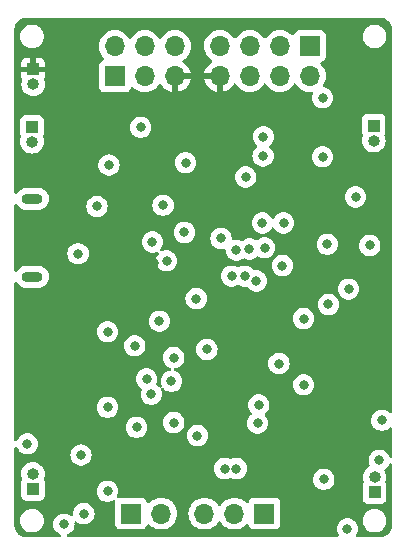
<source format=gbr>
%TF.GenerationSoftware,KiCad,Pcbnew,7.0.6-1.fc38*%
%TF.CreationDate,2023-08-03T18:28:49+02:00*%
%TF.ProjectId,quadcopter-flight-controler,71756164-636f-4707-9465-722d666c6967,rev?*%
%TF.SameCoordinates,Original*%
%TF.FileFunction,Copper,L3,Inr*%
%TF.FilePolarity,Positive*%
%FSLAX46Y46*%
G04 Gerber Fmt 4.6, Leading zero omitted, Abs format (unit mm)*
G04 Created by KiCad (PCBNEW 7.0.6-1.fc38) date 2023-08-03 18:28:49*
%MOMM*%
%LPD*%
G01*
G04 APERTURE LIST*
%TA.AperFunction,ComponentPad*%
%ADD10R,1.700000X1.700000*%
%TD*%
%TA.AperFunction,ComponentPad*%
%ADD11O,1.700000X1.700000*%
%TD*%
%TA.AperFunction,ComponentPad*%
%ADD12R,1.000000X1.000000*%
%TD*%
%TA.AperFunction,ComponentPad*%
%ADD13O,1.000000X1.000000*%
%TD*%
%TA.AperFunction,ComponentPad*%
%ADD14O,1.800000X0.900000*%
%TD*%
%TA.AperFunction,ViaPad*%
%ADD15C,0.800000*%
%TD*%
G04 APERTURE END LIST*
D10*
%TO.N,GND*%
%TO.C,J8*%
X162320000Y-82600000D03*
D11*
%TO.N,/OUT_PB1*%
X162320000Y-85140000D03*
%TO.N,/SPI_SCK*%
X159780000Y-82600000D03*
%TO.N,/SPI_MISO*%
X159780000Y-85140000D03*
%TO.N,/GPIO_EXTI4*%
X157240000Y-82600000D03*
%TO.N,/SPI_MOSI*%
X157240000Y-85140000D03*
%TO.N,/OUT_PB2*%
X154700000Y-82600000D03*
%TO.N,VDD*%
X154700000Y-85140000D03*
%TD*%
D12*
%TO.N,Net-(D3-A)*%
%TO.C,J5*%
X138800000Y-89450000D03*
D13*
%TO.N,VDC*%
X138800000Y-90720000D03*
%TD*%
D12*
%TO.N,VDD*%
%TO.C,J9*%
X138900000Y-84600000D03*
D13*
%TO.N,Net-(J9-Pin_2)*%
X138900000Y-85870000D03*
%TD*%
D11*
%TO.N,VDD*%
%TO.C,J4*%
X150900000Y-85175000D03*
%TO.N,/SWDIO*%
X150900000Y-82635000D03*
%TO.N,/RST*%
X148360000Y-85175000D03*
%TO.N,/SWCLK*%
X148360000Y-82635000D03*
D10*
%TO.N,GND*%
X145820000Y-85175000D03*
D11*
%TO.N,unconnected-(J4-SWO-Pad6)*%
X145820000Y-82635000D03*
%TD*%
D14*
%TO.N,unconnected-(J2-SHIELD-PadS1)*%
%TO.C,J2*%
X138825000Y-95550000D03*
X138825000Y-102150000D03*
%TD*%
D12*
%TO.N,Net-(D5-A)*%
%TO.C,J7*%
X138875000Y-120125000D03*
D13*
%TO.N,VDC*%
X138875000Y-118855000D03*
%TD*%
D10*
%TO.N,+5V*%
%TO.C,J20*%
X158480000Y-122200000D03*
D11*
%TO.N,VDC*%
X155940000Y-122200000D03*
%TO.N,+BATT*%
X153400000Y-122200000D03*
%TD*%
D12*
%TO.N,Net-(D4-A)*%
%TO.C,J6*%
X167725000Y-89350000D03*
D13*
%TO.N,VDC*%
X167725000Y-90620000D03*
%TD*%
D10*
%TO.N,-BATT*%
%TO.C,J3*%
X147200000Y-122200000D03*
D11*
%TO.N,+BATT*%
X149740000Y-122200000D03*
%TD*%
D12*
%TO.N,Net-(D2-A)*%
%TO.C,J1*%
X167800000Y-120400000D03*
D13*
%TO.N,VDC*%
X167800000Y-119130000D03*
%TD*%
D15*
%TO.N,VDD*%
X155000000Y-93700000D03*
X161100000Y-123500000D03*
X168000000Y-110900000D03*
X163925000Y-107100000D03*
X164900000Y-109100000D03*
X149100000Y-101000000D03*
X159700000Y-111400000D03*
X160100000Y-113500000D03*
X161800000Y-103800000D03*
X151200000Y-102300000D03*
X147500000Y-106000000D03*
X150600000Y-112500000D03*
X149600000Y-108000000D03*
X143300000Y-104615000D03*
X163800000Y-97500000D03*
X148900000Y-117600000D03*
X161900000Y-114700000D03*
X163900000Y-102600000D03*
X164800000Y-111350000D03*
%TO.N,GND*%
X165500000Y-123500000D03*
X149587500Y-105912500D03*
X156900000Y-93700000D03*
X161800000Y-111300000D03*
X150600000Y-111000000D03*
X167400000Y-99500000D03*
X166200000Y-95400000D03*
X145200000Y-113200000D03*
X163800000Y-99400000D03*
X155100000Y-118400000D03*
X165600000Y-103200000D03*
X150200000Y-100800000D03*
X156100000Y-118400000D03*
X142700000Y-100200000D03*
X145200000Y-106815000D03*
X148000000Y-89500000D03*
X148900000Y-112100000D03*
X157900000Y-114550000D03*
X149900000Y-96100000D03*
X149000000Y-99200000D03*
X147500000Y-108000000D03*
X161800000Y-105700000D03*
X150800000Y-114500000D03*
X168425000Y-114300000D03*
X163900000Y-104500000D03*
X159700000Y-109500000D03*
%TO.N,/RST*%
X154800000Y-98900000D03*
%TO.N,VDC*%
X147650000Y-114900000D03*
X138400000Y-116300000D03*
X168200000Y-117700000D03*
%TO.N,/SWDIO*%
X156100000Y-99900000D03*
%TO.N,/SWCLK*%
X157200000Y-99800000D03*
%TO.N,+5V*%
X144300000Y-96200000D03*
X142950000Y-117250000D03*
X141500000Y-123100000D03*
%TO.N,/BOOT0*%
X158500000Y-99700000D03*
X152700000Y-104000000D03*
X148500000Y-110800000D03*
X150800000Y-109000000D03*
%TO.N,/SPI_MOSI*%
X158400000Y-90300000D03*
X158370023Y-91929977D03*
%TO.N,/I2C_SDA*%
X153600000Y-108300000D03*
X160000000Y-101200000D03*
%TO.N,/PB5_EXTI5*%
X158000000Y-113000000D03*
X157800000Y-102500000D03*
%TO.N,-BATT*%
X143187500Y-122200000D03*
X163412500Y-87000000D03*
X163500000Y-119300000D03*
X163400000Y-92000000D03*
%TO.N,/TM2_CH1*%
X152800000Y-115600000D03*
X155700000Y-102100000D03*
X145200000Y-120312500D03*
%TO.N,/TM2_CH2*%
X156800000Y-102100000D03*
%TO.N,/TM2_CH3*%
X160100000Y-97600000D03*
%TO.N,/TM2_CH4*%
X145312500Y-92700000D03*
%TO.N,/OUT_PB1*%
X158300000Y-97600000D03*
%TO.N,Net-(Q6-B)*%
X151800000Y-92500000D03*
%TO.N,/GPIO_PB13*%
X151700000Y-98400000D03*
%TD*%
%TA.AperFunction,Conductor*%
%TO.N,VDD*%
G36*
X168302424Y-80210741D02*
G01*
X168325313Y-80212543D01*
X168468635Y-80226659D01*
X168477026Y-80228072D01*
X168501461Y-80233939D01*
X168536664Y-80242391D01*
X168540179Y-80243344D01*
X168641260Y-80274007D01*
X168646984Y-80276054D01*
X168661615Y-80282115D01*
X168707967Y-80301315D01*
X168713470Y-80303918D01*
X168730620Y-80313085D01*
X168806648Y-80353722D01*
X168809771Y-80355512D01*
X168862073Y-80387563D01*
X168869006Y-80392496D01*
X168978371Y-80482250D01*
X168980354Y-80483877D01*
X168992226Y-80494017D01*
X169005982Y-80507773D01*
X169016122Y-80519645D01*
X169107496Y-80630984D01*
X169112434Y-80637921D01*
X169136965Y-80677953D01*
X169144478Y-80690213D01*
X169146294Y-80693382D01*
X169196080Y-80786528D01*
X169198683Y-80792031D01*
X169223939Y-80853004D01*
X169225990Y-80858736D01*
X169256656Y-80959829D01*
X169257613Y-80963353D01*
X169271922Y-81022956D01*
X169273338Y-81031362D01*
X169287460Y-81174736D01*
X169289258Y-81197577D01*
X169289449Y-81202443D01*
X169289449Y-113591260D01*
X169269764Y-113658299D01*
X169216960Y-113704054D01*
X169147802Y-113713998D01*
X169084246Y-113684973D01*
X169073300Y-113674233D01*
X169030871Y-113627112D01*
X169030870Y-113627111D01*
X168877734Y-113515851D01*
X168877729Y-113515848D01*
X168704807Y-113438857D01*
X168704802Y-113438855D01*
X168559001Y-113407865D01*
X168519646Y-113399500D01*
X168330354Y-113399500D01*
X168297897Y-113406398D01*
X168145197Y-113438855D01*
X168145192Y-113438857D01*
X167972270Y-113515848D01*
X167972265Y-113515851D01*
X167819129Y-113627111D01*
X167692466Y-113767785D01*
X167597821Y-113931715D01*
X167597818Y-113931722D01*
X167555767Y-114061144D01*
X167539326Y-114111744D01*
X167519540Y-114300000D01*
X167539326Y-114488256D01*
X167539327Y-114488259D01*
X167597818Y-114668277D01*
X167597821Y-114668284D01*
X167692467Y-114832216D01*
X167776701Y-114925767D01*
X167819129Y-114972888D01*
X167972265Y-115084148D01*
X167972270Y-115084151D01*
X168145192Y-115161142D01*
X168145197Y-115161144D01*
X168330354Y-115200500D01*
X168330355Y-115200500D01*
X168519644Y-115200500D01*
X168519646Y-115200500D01*
X168704803Y-115161144D01*
X168877730Y-115084151D01*
X169030871Y-114972888D01*
X169073299Y-114925766D01*
X169132786Y-114889118D01*
X169202643Y-114890449D01*
X169260691Y-114929335D01*
X169288501Y-114993432D01*
X169289449Y-115008739D01*
X169289449Y-117355993D01*
X169269764Y-117423032D01*
X169216960Y-117468787D01*
X169147802Y-117478731D01*
X169084246Y-117449706D01*
X169047518Y-117394312D01*
X169027180Y-117331719D01*
X169027179Y-117331718D01*
X169027179Y-117331716D01*
X168932533Y-117167784D01*
X168805871Y-117027112D01*
X168805870Y-117027111D01*
X168652734Y-116915851D01*
X168652729Y-116915848D01*
X168479807Y-116838857D01*
X168479802Y-116838855D01*
X168334000Y-116807865D01*
X168294646Y-116799500D01*
X168105354Y-116799500D01*
X168072897Y-116806398D01*
X167920197Y-116838855D01*
X167920192Y-116838857D01*
X167747270Y-116915848D01*
X167747265Y-116915851D01*
X167594129Y-117027111D01*
X167467466Y-117167785D01*
X167372821Y-117331715D01*
X167372818Y-117331722D01*
X167318304Y-117499500D01*
X167314326Y-117511744D01*
X167294540Y-117700000D01*
X167314326Y-117888256D01*
X167314327Y-117888259D01*
X167372818Y-118068277D01*
X167372819Y-118068279D01*
X167372821Y-118068284D01*
X167377405Y-118076224D01*
X167393878Y-118144123D01*
X167371026Y-118210150D01*
X167328472Y-118247581D01*
X167241464Y-118294088D01*
X167241460Y-118294090D01*
X167089116Y-118419116D01*
X166964090Y-118571460D01*
X166964086Y-118571467D01*
X166871188Y-118745266D01*
X166813975Y-118933870D01*
X166794659Y-119130000D01*
X166813975Y-119326129D01*
X166871187Y-119514729D01*
X166872321Y-119516850D01*
X166872580Y-119518094D01*
X166873518Y-119520359D01*
X166873088Y-119520536D01*
X166886564Y-119585253D01*
X166862233Y-119649614D01*
X166856205Y-119657666D01*
X166856202Y-119657671D01*
X166805908Y-119792517D01*
X166799501Y-119852116D01*
X166799501Y-119852123D01*
X166799500Y-119852135D01*
X166799500Y-120947870D01*
X166799501Y-120947876D01*
X166805908Y-121007483D01*
X166856202Y-121142328D01*
X166856206Y-121142335D01*
X166942452Y-121257544D01*
X166942455Y-121257547D01*
X167057664Y-121343793D01*
X167057671Y-121343797D01*
X167192517Y-121394091D01*
X167192516Y-121394091D01*
X167199444Y-121394835D01*
X167252127Y-121400500D01*
X168347872Y-121400499D01*
X168407483Y-121394091D01*
X168542331Y-121343796D01*
X168657546Y-121257546D01*
X168743796Y-121142331D01*
X168794091Y-121007483D01*
X168800500Y-120947873D01*
X168800499Y-119852128D01*
X168794091Y-119792517D01*
X168789528Y-119780284D01*
X168747755Y-119668284D01*
X168743796Y-119657669D01*
X168737767Y-119649615D01*
X168713351Y-119584154D01*
X168726895Y-119520525D01*
X168726483Y-119520355D01*
X168727406Y-119518124D01*
X168727677Y-119516853D01*
X168728814Y-119514727D01*
X168786024Y-119326132D01*
X168805341Y-119130000D01*
X168786024Y-118933868D01*
X168728814Y-118745273D01*
X168665656Y-118627112D01*
X168657925Y-118612648D01*
X168643683Y-118544245D01*
X168668683Y-118479002D01*
X168694391Y-118453882D01*
X168805871Y-118372888D01*
X168932533Y-118232216D01*
X169027179Y-118068284D01*
X169043163Y-118019090D01*
X169047518Y-118005688D01*
X169086955Y-117948012D01*
X169151314Y-117920814D01*
X169220160Y-117932729D01*
X169271636Y-117979973D01*
X169289449Y-118044006D01*
X169289449Y-123197558D01*
X169289258Y-123202424D01*
X169287460Y-123225270D01*
X169273340Y-123368627D01*
X169271924Y-123377033D01*
X169257607Y-123436664D01*
X169256651Y-123440189D01*
X169225991Y-123541260D01*
X169223940Y-123546993D01*
X169198683Y-123607967D01*
X169196080Y-123613470D01*
X169146294Y-123706616D01*
X169144478Y-123709785D01*
X169112440Y-123762068D01*
X169107496Y-123769014D01*
X169016122Y-123880354D01*
X169005983Y-123892225D01*
X168992225Y-123905983D01*
X168980354Y-123916122D01*
X168869014Y-124007496D01*
X168862068Y-124012440D01*
X168809785Y-124044478D01*
X168806616Y-124046294D01*
X168713470Y-124096080D01*
X168707967Y-124098683D01*
X168646994Y-124123939D01*
X168641262Y-124125990D01*
X168540169Y-124156656D01*
X168536645Y-124157613D01*
X168477042Y-124171922D01*
X168468636Y-124173338D01*
X168325266Y-124187460D01*
X168317153Y-124188098D01*
X168302415Y-124189258D01*
X168297568Y-124189449D01*
X166356529Y-124189449D01*
X166289490Y-124169764D01*
X166243735Y-124116960D01*
X166233791Y-124047802D01*
X166249142Y-124003450D01*
X166327176Y-123868289D01*
X166327175Y-123868289D01*
X166327179Y-123868284D01*
X166385674Y-123688256D01*
X166405460Y-123500000D01*
X166385674Y-123311744D01*
X166327179Y-123131716D01*
X166232533Y-122967784D01*
X166105871Y-122827112D01*
X166105870Y-122827111D01*
X166068555Y-122800000D01*
X166794659Y-122800000D01*
X166813975Y-122996129D01*
X166813976Y-122996132D01*
X166842011Y-123088552D01*
X166871188Y-123184733D01*
X166964086Y-123358532D01*
X166964090Y-123358539D01*
X167089116Y-123510883D01*
X167241460Y-123635909D01*
X167241467Y-123635913D01*
X167304231Y-123669461D01*
X167415273Y-123728814D01*
X167445937Y-123738116D01*
X167449436Y-123739294D01*
X167451796Y-123740168D01*
X167451799Y-123740170D01*
X167458005Y-123741776D01*
X167603868Y-123786024D01*
X167634662Y-123789056D01*
X167641911Y-123790344D01*
X167641955Y-123790063D01*
X167648178Y-123791016D01*
X167648182Y-123791017D01*
X167656787Y-123791453D01*
X167656805Y-123791459D01*
X167659946Y-123791618D01*
X167662861Y-123791834D01*
X167800000Y-123805341D01*
X167835203Y-123801873D01*
X167844500Y-123801653D01*
X167844498Y-123801610D01*
X167850766Y-123801291D01*
X167850780Y-123801292D01*
X167851208Y-123801226D01*
X167866546Y-123798877D01*
X167869846Y-123798461D01*
X167996132Y-123786024D01*
X168034291Y-123774448D01*
X168050809Y-123770699D01*
X168051290Y-123770574D01*
X168051299Y-123770573D01*
X168068703Y-123764127D01*
X168072227Y-123762940D01*
X168184727Y-123728814D01*
X168227653Y-123705869D01*
X168235333Y-123702415D01*
X168247671Y-123697846D01*
X168249294Y-123697733D01*
X168253361Y-123695739D01*
X168270806Y-123689278D01*
X168295763Y-123669463D01*
X168358538Y-123635910D01*
X168399629Y-123602186D01*
X168406133Y-123597521D01*
X168413096Y-123593181D01*
X168416523Y-123592226D01*
X168424385Y-123586141D01*
X168438415Y-123577395D01*
X168457847Y-123554407D01*
X168510883Y-123510883D01*
X168544967Y-123469351D01*
X168553340Y-123463647D01*
X168553512Y-123463401D01*
X168569861Y-123444357D01*
X168580284Y-123434448D01*
X168593949Y-123409667D01*
X168635910Y-123358538D01*
X168661697Y-123310293D01*
X168670069Y-123301769D01*
X168671629Y-123298136D01*
X168683806Y-123276197D01*
X168690791Y-123266160D01*
X168698745Y-123240980D01*
X168728814Y-123184727D01*
X168745082Y-123131098D01*
X168752588Y-123119642D01*
X168754058Y-123112494D01*
X168761570Y-123088552D01*
X168765511Y-123079366D01*
X168768148Y-123055058D01*
X168786024Y-122996132D01*
X168793116Y-122924122D01*
X168794083Y-122917739D01*
X168797435Y-122901429D01*
X168797435Y-122901426D01*
X168801518Y-122881560D01*
X168799506Y-122859240D01*
X168805341Y-122800000D01*
X168799506Y-122740759D01*
X168802673Y-122724058D01*
X168794085Y-122682270D01*
X168793114Y-122675860D01*
X168786024Y-122603868D01*
X168784699Y-122599500D01*
X168768149Y-122544945D01*
X168767984Y-122526392D01*
X168761570Y-122511446D01*
X168754058Y-122487506D01*
X168753519Y-122484885D01*
X168745083Y-122468904D01*
X168728814Y-122415273D01*
X168728813Y-122415272D01*
X168728813Y-122415270D01*
X168698746Y-122359019D01*
X168694660Y-122339395D01*
X168683807Y-122323802D01*
X168671691Y-122301974D01*
X168661696Y-122289705D01*
X168635910Y-122241462D01*
X168593947Y-122190331D01*
X168585547Y-122170551D01*
X168569858Y-122155638D01*
X168556720Y-122140334D01*
X168544964Y-122130645D01*
X168510882Y-122089115D01*
X168457848Y-122045591D01*
X168444973Y-122026689D01*
X168424384Y-122013856D01*
X168418403Y-122009226D01*
X168413073Y-122006804D01*
X168406145Y-122002485D01*
X168399611Y-121997798D01*
X168358538Y-121964090D01*
X168358537Y-121964089D01*
X168358532Y-121964085D01*
X168295761Y-121930534D01*
X168278483Y-121913562D01*
X168253359Y-121904258D01*
X168250287Y-121902751D01*
X168247673Y-121902152D01*
X168235330Y-121897582D01*
X168227624Y-121894115D01*
X168184726Y-121871185D01*
X168072253Y-121837066D01*
X168068721Y-121835878D01*
X168051295Y-121829425D01*
X168050874Y-121829316D01*
X168034276Y-121825547D01*
X167996130Y-121813975D01*
X167869867Y-121801539D01*
X167866555Y-121801123D01*
X167850804Y-121798709D01*
X167844504Y-121798390D01*
X167844506Y-121798347D01*
X167835205Y-121798125D01*
X167800003Y-121794659D01*
X167799999Y-121794659D01*
X167662932Y-121808157D01*
X167660014Y-121808375D01*
X167656830Y-121808537D01*
X167656797Y-121808546D01*
X167648177Y-121808983D01*
X167641974Y-121809934D01*
X167641931Y-121809654D01*
X167634679Y-121810941D01*
X167603869Y-121813975D01*
X167458009Y-121858221D01*
X167451793Y-121859831D01*
X167449430Y-121860706D01*
X167445903Y-121861893D01*
X167415270Y-121871186D01*
X167241467Y-121964086D01*
X167241460Y-121964090D01*
X167089116Y-122089116D01*
X166964090Y-122241460D01*
X166964086Y-122241467D01*
X166871188Y-122415266D01*
X166813975Y-122603870D01*
X166794659Y-122800000D01*
X166068555Y-122800000D01*
X165952734Y-122715851D01*
X165952729Y-122715848D01*
X165779807Y-122638857D01*
X165779802Y-122638855D01*
X165634000Y-122607865D01*
X165594646Y-122599500D01*
X165405354Y-122599500D01*
X165372897Y-122606398D01*
X165220197Y-122638855D01*
X165220192Y-122638857D01*
X165047270Y-122715848D01*
X165047265Y-122715851D01*
X164894129Y-122827111D01*
X164767466Y-122967785D01*
X164672821Y-123131715D01*
X164672818Y-123131722D01*
X164617567Y-123301769D01*
X164614326Y-123311744D01*
X164594540Y-123500000D01*
X164614326Y-123688256D01*
X164614327Y-123688259D01*
X164672818Y-123868277D01*
X164672823Y-123868289D01*
X164750858Y-124003450D01*
X164767331Y-124071350D01*
X164744478Y-124137377D01*
X164689557Y-124180567D01*
X164643471Y-124189449D01*
X141850396Y-124189449D01*
X141783357Y-124169764D01*
X141737602Y-124116960D01*
X141727658Y-124047802D01*
X141756683Y-123984246D01*
X141799960Y-123952170D01*
X141915547Y-123900706D01*
X141952730Y-123884151D01*
X142105871Y-123772888D01*
X142232533Y-123632216D01*
X142327179Y-123468284D01*
X142385674Y-123288256D01*
X142405460Y-123100000D01*
X142394162Y-122992512D01*
X142406731Y-122923788D01*
X142454463Y-122872764D01*
X142522203Y-122855646D01*
X142588445Y-122877868D01*
X142590368Y-122879238D01*
X142734765Y-122984148D01*
X142734770Y-122984151D01*
X142907692Y-123061142D01*
X142907697Y-123061144D01*
X143092854Y-123100500D01*
X143092855Y-123100500D01*
X143282144Y-123100500D01*
X143282146Y-123100500D01*
X143467303Y-123061144D01*
X143640230Y-122984151D01*
X143793371Y-122872888D01*
X143920033Y-122732216D01*
X144014679Y-122568284D01*
X144073174Y-122388256D01*
X144092960Y-122200000D01*
X144073174Y-122011744D01*
X144014679Y-121831716D01*
X143920033Y-121667784D01*
X143793371Y-121527112D01*
X143793370Y-121527111D01*
X143640234Y-121415851D01*
X143640229Y-121415848D01*
X143467307Y-121338857D01*
X143467302Y-121338855D01*
X143306050Y-121304581D01*
X143282146Y-121299500D01*
X143092854Y-121299500D01*
X143068950Y-121304581D01*
X142907697Y-121338855D01*
X142907692Y-121338857D01*
X142734770Y-121415848D01*
X142734765Y-121415851D01*
X142581629Y-121527111D01*
X142454966Y-121667785D01*
X142360321Y-121831715D01*
X142360318Y-121831722D01*
X142317145Y-121964596D01*
X142301826Y-122011744D01*
X142288311Y-122140334D01*
X142282040Y-122200000D01*
X142293337Y-122307482D01*
X142280767Y-122376211D01*
X142233035Y-122427235D01*
X142165295Y-122444353D01*
X142099054Y-122422131D01*
X142097131Y-122420761D01*
X141952734Y-122315851D01*
X141952729Y-122315848D01*
X141779807Y-122238857D01*
X141779802Y-122238855D01*
X141634000Y-122207865D01*
X141594646Y-122199500D01*
X141405354Y-122199500D01*
X141372897Y-122206398D01*
X141220197Y-122238855D01*
X141220192Y-122238857D01*
X141047270Y-122315848D01*
X141047265Y-122315851D01*
X140894129Y-122427111D01*
X140767466Y-122567785D01*
X140672821Y-122731715D01*
X140672818Y-122731722D01*
X140614327Y-122911740D01*
X140614326Y-122911744D01*
X140605457Y-122996128D01*
X140594763Y-123097883D01*
X140594540Y-123100000D01*
X140614326Y-123288256D01*
X140614327Y-123288259D01*
X140672818Y-123468277D01*
X140672821Y-123468284D01*
X140767467Y-123632216D01*
X140866124Y-123741785D01*
X140894129Y-123772888D01*
X141047265Y-123884148D01*
X141047270Y-123884151D01*
X141200040Y-123952170D01*
X141253277Y-123997420D01*
X141273598Y-124064270D01*
X141254552Y-124131493D01*
X141202186Y-124177748D01*
X141149604Y-124189449D01*
X138302439Y-124189449D01*
X138297574Y-124189258D01*
X138274729Y-124187460D01*
X138131371Y-124173340D01*
X138122965Y-124171924D01*
X138063334Y-124157607D01*
X138059809Y-124156651D01*
X137958738Y-124125991D01*
X137953005Y-124123940D01*
X137892031Y-124098683D01*
X137886528Y-124096080D01*
X137813395Y-124056990D01*
X137793373Y-124046289D01*
X137790213Y-124044478D01*
X137770203Y-124032216D01*
X137737921Y-124012434D01*
X137730988Y-124007499D01*
X137619645Y-123916122D01*
X137607773Y-123905982D01*
X137594017Y-123892226D01*
X137583877Y-123880354D01*
X137582250Y-123878371D01*
X137492496Y-123769006D01*
X137487563Y-123762073D01*
X137455512Y-123709771D01*
X137453722Y-123706648D01*
X137403918Y-123613470D01*
X137401315Y-123607967D01*
X137376059Y-123546994D01*
X137374008Y-123541262D01*
X137353576Y-123473905D01*
X137343340Y-123440162D01*
X137342390Y-123436664D01*
X137328075Y-123377035D01*
X137326660Y-123368635D01*
X137326659Y-123368627D01*
X137312538Y-123225250D01*
X137310742Y-123202426D01*
X137310551Y-123197562D01*
X137310551Y-122800000D01*
X137794659Y-122800000D01*
X137813975Y-122996129D01*
X137813976Y-122996132D01*
X137842011Y-123088552D01*
X137871188Y-123184733D01*
X137964086Y-123358532D01*
X137964090Y-123358539D01*
X138089116Y-123510883D01*
X138241460Y-123635909D01*
X138241467Y-123635913D01*
X138304231Y-123669461D01*
X138415273Y-123728814D01*
X138445937Y-123738116D01*
X138449436Y-123739294D01*
X138451796Y-123740168D01*
X138451799Y-123740170D01*
X138458005Y-123741776D01*
X138603868Y-123786024D01*
X138634662Y-123789056D01*
X138641911Y-123790344D01*
X138641955Y-123790063D01*
X138648178Y-123791016D01*
X138648182Y-123791017D01*
X138656787Y-123791453D01*
X138656805Y-123791459D01*
X138659946Y-123791618D01*
X138662861Y-123791834D01*
X138800000Y-123805341D01*
X138835203Y-123801873D01*
X138844500Y-123801653D01*
X138844498Y-123801610D01*
X138850766Y-123801291D01*
X138850780Y-123801292D01*
X138851208Y-123801226D01*
X138866546Y-123798877D01*
X138869846Y-123798461D01*
X138996132Y-123786024D01*
X139034291Y-123774448D01*
X139050809Y-123770699D01*
X139051290Y-123770574D01*
X139051299Y-123770573D01*
X139068703Y-123764127D01*
X139072227Y-123762940D01*
X139184727Y-123728814D01*
X139227653Y-123705869D01*
X139235333Y-123702415D01*
X139247671Y-123697846D01*
X139249294Y-123697733D01*
X139253361Y-123695739D01*
X139270806Y-123689278D01*
X139295763Y-123669463D01*
X139358538Y-123635910D01*
X139399629Y-123602186D01*
X139406133Y-123597521D01*
X139413096Y-123593181D01*
X139416523Y-123592226D01*
X139424385Y-123586141D01*
X139438415Y-123577395D01*
X139457847Y-123554407D01*
X139510883Y-123510883D01*
X139544967Y-123469351D01*
X139553340Y-123463647D01*
X139553512Y-123463401D01*
X139569861Y-123444357D01*
X139580284Y-123434448D01*
X139593949Y-123409667D01*
X139635910Y-123358538D01*
X139661697Y-123310293D01*
X139670069Y-123301769D01*
X139671629Y-123298136D01*
X139683806Y-123276197D01*
X139690791Y-123266160D01*
X139698745Y-123240980D01*
X139728814Y-123184727D01*
X139745082Y-123131098D01*
X139752588Y-123119642D01*
X139754058Y-123112494D01*
X139761570Y-123088552D01*
X139765511Y-123079366D01*
X139768148Y-123055058D01*
X139786024Y-122996132D01*
X139793116Y-122924122D01*
X139794083Y-122917739D01*
X139797435Y-122901429D01*
X139797435Y-122901426D01*
X139801518Y-122881560D01*
X139799506Y-122859240D01*
X139805341Y-122800000D01*
X139799506Y-122740759D01*
X139802673Y-122724058D01*
X139794085Y-122682270D01*
X139793114Y-122675860D01*
X139786024Y-122603868D01*
X139784699Y-122599500D01*
X139768149Y-122544945D01*
X139767984Y-122526392D01*
X139761570Y-122511446D01*
X139754058Y-122487506D01*
X139753519Y-122484885D01*
X139745083Y-122468904D01*
X139728814Y-122415273D01*
X139728813Y-122415272D01*
X139728813Y-122415270D01*
X139698746Y-122359019D01*
X139694660Y-122339395D01*
X139683807Y-122323802D01*
X139671691Y-122301974D01*
X139661696Y-122289705D01*
X139635910Y-122241462D01*
X139593947Y-122190331D01*
X139585547Y-122170551D01*
X139569858Y-122155638D01*
X139556720Y-122140334D01*
X139544964Y-122130645D01*
X139510882Y-122089115D01*
X139457848Y-122045591D01*
X139444973Y-122026689D01*
X139424384Y-122013856D01*
X139418403Y-122009226D01*
X139413073Y-122006804D01*
X139406145Y-122002485D01*
X139399611Y-121997798D01*
X139358538Y-121964090D01*
X139358537Y-121964089D01*
X139358532Y-121964085D01*
X139295761Y-121930534D01*
X139278483Y-121913562D01*
X139253359Y-121904258D01*
X139250287Y-121902751D01*
X139247673Y-121902152D01*
X139235330Y-121897582D01*
X139227624Y-121894115D01*
X139184726Y-121871185D01*
X139072253Y-121837066D01*
X139068721Y-121835878D01*
X139051295Y-121829425D01*
X139050874Y-121829316D01*
X139034276Y-121825547D01*
X138996130Y-121813975D01*
X138869867Y-121801539D01*
X138866555Y-121801123D01*
X138850804Y-121798709D01*
X138844504Y-121798390D01*
X138844506Y-121798347D01*
X138835205Y-121798125D01*
X138800003Y-121794659D01*
X138799999Y-121794659D01*
X138662932Y-121808157D01*
X138660014Y-121808375D01*
X138656830Y-121808537D01*
X138656797Y-121808546D01*
X138648177Y-121808983D01*
X138641974Y-121809934D01*
X138641931Y-121809654D01*
X138634679Y-121810941D01*
X138603869Y-121813975D01*
X138458009Y-121858221D01*
X138451793Y-121859831D01*
X138449430Y-121860706D01*
X138445903Y-121861893D01*
X138415270Y-121871186D01*
X138241467Y-121964086D01*
X138241460Y-121964090D01*
X138089116Y-122089116D01*
X137964090Y-122241460D01*
X137964086Y-122241467D01*
X137871188Y-122415266D01*
X137813975Y-122603870D01*
X137794659Y-122800000D01*
X137310551Y-122800000D01*
X137310551Y-118855000D01*
X137869659Y-118855000D01*
X137888975Y-119051129D01*
X137888976Y-119051132D01*
X137912900Y-119130000D01*
X137946187Y-119239729D01*
X137947321Y-119241850D01*
X137947580Y-119243094D01*
X137948518Y-119245359D01*
X137948088Y-119245536D01*
X137961564Y-119310253D01*
X137937233Y-119374614D01*
X137931205Y-119382666D01*
X137931202Y-119382671D01*
X137880908Y-119517517D01*
X137874501Y-119577116D01*
X137874501Y-119577123D01*
X137874500Y-119577135D01*
X137874500Y-120672870D01*
X137874501Y-120672876D01*
X137880908Y-120732483D01*
X137931202Y-120867328D01*
X137931206Y-120867335D01*
X138017452Y-120982544D01*
X138017455Y-120982547D01*
X138132664Y-121068793D01*
X138132671Y-121068797D01*
X138267517Y-121119091D01*
X138267516Y-121119091D01*
X138274444Y-121119835D01*
X138327127Y-121125500D01*
X139422872Y-121125499D01*
X139482483Y-121119091D01*
X139617331Y-121068796D01*
X139732546Y-120982546D01*
X139818796Y-120867331D01*
X139869091Y-120732483D01*
X139875500Y-120672873D01*
X139875500Y-120312500D01*
X144294540Y-120312500D01*
X144314326Y-120500756D01*
X144314327Y-120500759D01*
X144372818Y-120680777D01*
X144372819Y-120680779D01*
X144372821Y-120680784D01*
X144467467Y-120844716D01*
X144560350Y-120947873D01*
X144594129Y-120985388D01*
X144747265Y-121096648D01*
X144747270Y-121096651D01*
X144920192Y-121173642D01*
X144920197Y-121173644D01*
X145105354Y-121213000D01*
X145105355Y-121213000D01*
X145294644Y-121213000D01*
X145294646Y-121213000D01*
X145479803Y-121173644D01*
X145652730Y-121096651D01*
X145673219Y-121081764D01*
X145739024Y-121058284D01*
X145807078Y-121074108D01*
X145855774Y-121124213D01*
X145869650Y-121192691D01*
X145862288Y-121225413D01*
X145855908Y-121242517D01*
X145849782Y-121299500D01*
X145849501Y-121302123D01*
X145849500Y-121302135D01*
X145849500Y-123097870D01*
X145849501Y-123097876D01*
X145855908Y-123157483D01*
X145906202Y-123292328D01*
X145906206Y-123292335D01*
X145992452Y-123407544D01*
X145992455Y-123407547D01*
X146107664Y-123493793D01*
X146107671Y-123493797D01*
X146242517Y-123544091D01*
X146242516Y-123544091D01*
X146249444Y-123544835D01*
X146302127Y-123550500D01*
X148097872Y-123550499D01*
X148157483Y-123544091D01*
X148292331Y-123493796D01*
X148407546Y-123407546D01*
X148493796Y-123292331D01*
X148542810Y-123160916D01*
X148584681Y-123104984D01*
X148650145Y-123080566D01*
X148718418Y-123095417D01*
X148746673Y-123116569D01*
X148868599Y-123238495D01*
X148953775Y-123298136D01*
X149062165Y-123374032D01*
X149062167Y-123374033D01*
X149062170Y-123374035D01*
X149276337Y-123473903D01*
X149504592Y-123535063D01*
X149681034Y-123550500D01*
X149739999Y-123555659D01*
X149740000Y-123555659D01*
X149740001Y-123555659D01*
X149798966Y-123550500D01*
X149975408Y-123535063D01*
X150203663Y-123473903D01*
X150417830Y-123374035D01*
X150611401Y-123238495D01*
X150778495Y-123071401D01*
X150914035Y-122877830D01*
X151013903Y-122663663D01*
X151075063Y-122435408D01*
X151095659Y-122200000D01*
X152044341Y-122200000D01*
X152064936Y-122435403D01*
X152064938Y-122435413D01*
X152126094Y-122663655D01*
X152126096Y-122663659D01*
X152126097Y-122663663D01*
X152157831Y-122731716D01*
X152225965Y-122877830D01*
X152225967Y-122877834D01*
X152300412Y-122984151D01*
X152361505Y-123071401D01*
X152528599Y-123238495D01*
X152613775Y-123298136D01*
X152722165Y-123374032D01*
X152722167Y-123374033D01*
X152722170Y-123374035D01*
X152936337Y-123473903D01*
X153164592Y-123535063D01*
X153341034Y-123550500D01*
X153399999Y-123555659D01*
X153400000Y-123555659D01*
X153400001Y-123555659D01*
X153458966Y-123550500D01*
X153635408Y-123535063D01*
X153863663Y-123473903D01*
X154077830Y-123374035D01*
X154271401Y-123238495D01*
X154438495Y-123071401D01*
X154568424Y-122885842D01*
X154623002Y-122842217D01*
X154692500Y-122835023D01*
X154754855Y-122866546D01*
X154771575Y-122885842D01*
X154901500Y-123071395D01*
X154901505Y-123071401D01*
X155068599Y-123238495D01*
X155153775Y-123298136D01*
X155262165Y-123374032D01*
X155262167Y-123374033D01*
X155262170Y-123374035D01*
X155476337Y-123473903D01*
X155704592Y-123535063D01*
X155881034Y-123550500D01*
X155939999Y-123555659D01*
X155940000Y-123555659D01*
X155940001Y-123555659D01*
X155998966Y-123550500D01*
X156175408Y-123535063D01*
X156403663Y-123473903D01*
X156617830Y-123374035D01*
X156811401Y-123238495D01*
X156933329Y-123116566D01*
X156994648Y-123083084D01*
X157064340Y-123088068D01*
X157120274Y-123129939D01*
X157137189Y-123160917D01*
X157186202Y-123292328D01*
X157186206Y-123292335D01*
X157272452Y-123407544D01*
X157272455Y-123407547D01*
X157387664Y-123493793D01*
X157387671Y-123493797D01*
X157522517Y-123544091D01*
X157522516Y-123544091D01*
X157529444Y-123544835D01*
X157582127Y-123550500D01*
X159377872Y-123550499D01*
X159437483Y-123544091D01*
X159572331Y-123493796D01*
X159687546Y-123407546D01*
X159773796Y-123292331D01*
X159824091Y-123157483D01*
X159830500Y-123097873D01*
X159830499Y-121302128D01*
X159824091Y-121242517D01*
X159822810Y-121239083D01*
X159773797Y-121107671D01*
X159773793Y-121107664D01*
X159687547Y-120992455D01*
X159687544Y-120992452D01*
X159572335Y-120906206D01*
X159572328Y-120906202D01*
X159437482Y-120855908D01*
X159437483Y-120855908D01*
X159377883Y-120849501D01*
X159377881Y-120849500D01*
X159377873Y-120849500D01*
X159377864Y-120849500D01*
X157582129Y-120849500D01*
X157582123Y-120849501D01*
X157522516Y-120855908D01*
X157387671Y-120906202D01*
X157387664Y-120906206D01*
X157272455Y-120992452D01*
X157272452Y-120992455D01*
X157186206Y-121107664D01*
X157186203Y-121107669D01*
X157137189Y-121239083D01*
X157095317Y-121295016D01*
X157029853Y-121319433D01*
X156961580Y-121304581D01*
X156933326Y-121283430D01*
X156811402Y-121161506D01*
X156811395Y-121161501D01*
X156617834Y-121025967D01*
X156617830Y-121025965D01*
X156578193Y-121007482D01*
X156403663Y-120926097D01*
X156403659Y-120926096D01*
X156403655Y-120926094D01*
X156175413Y-120864938D01*
X156175403Y-120864936D01*
X155940001Y-120844341D01*
X155939999Y-120844341D01*
X155704596Y-120864936D01*
X155704586Y-120864938D01*
X155476344Y-120926094D01*
X155476335Y-120926098D01*
X155262171Y-121025964D01*
X155262169Y-121025965D01*
X155068597Y-121161505D01*
X154901505Y-121328597D01*
X154771575Y-121514158D01*
X154716998Y-121557783D01*
X154647500Y-121564977D01*
X154585145Y-121533454D01*
X154568425Y-121514158D01*
X154438494Y-121328597D01*
X154271402Y-121161506D01*
X154271395Y-121161501D01*
X154077834Y-121025967D01*
X154077830Y-121025965D01*
X154038193Y-121007482D01*
X153863663Y-120926097D01*
X153863659Y-120926096D01*
X153863655Y-120926094D01*
X153635413Y-120864938D01*
X153635403Y-120864936D01*
X153400001Y-120844341D01*
X153399999Y-120844341D01*
X153164596Y-120864936D01*
X153164586Y-120864938D01*
X152936344Y-120926094D01*
X152936335Y-120926098D01*
X152722171Y-121025964D01*
X152722169Y-121025965D01*
X152528597Y-121161505D01*
X152361505Y-121328597D01*
X152225965Y-121522169D01*
X152225964Y-121522171D01*
X152126098Y-121736335D01*
X152126094Y-121736344D01*
X152064938Y-121964586D01*
X152064936Y-121964596D01*
X152044341Y-122199999D01*
X152044341Y-122200000D01*
X151095659Y-122200000D01*
X151093082Y-122170551D01*
X151085958Y-122089116D01*
X151075063Y-121964592D01*
X151013903Y-121736337D01*
X150914035Y-121522171D01*
X150908425Y-121514158D01*
X150778494Y-121328597D01*
X150611402Y-121161506D01*
X150611395Y-121161501D01*
X150417834Y-121025967D01*
X150417830Y-121025965D01*
X150378193Y-121007482D01*
X150203663Y-120926097D01*
X150203659Y-120926096D01*
X150203655Y-120926094D01*
X149975413Y-120864938D01*
X149975403Y-120864936D01*
X149740001Y-120844341D01*
X149739999Y-120844341D01*
X149504596Y-120864936D01*
X149504586Y-120864938D01*
X149276344Y-120926094D01*
X149276335Y-120926098D01*
X149062171Y-121025964D01*
X149062169Y-121025965D01*
X148868600Y-121161503D01*
X148746673Y-121283430D01*
X148685350Y-121316914D01*
X148615658Y-121311930D01*
X148559725Y-121270058D01*
X148542810Y-121239081D01*
X148493797Y-121107671D01*
X148493793Y-121107664D01*
X148407547Y-120992455D01*
X148407544Y-120992452D01*
X148292335Y-120906206D01*
X148292328Y-120906202D01*
X148157482Y-120855908D01*
X148157483Y-120855908D01*
X148097883Y-120849501D01*
X148097881Y-120849500D01*
X148097873Y-120849500D01*
X148097864Y-120849500D01*
X146302129Y-120849500D01*
X146302123Y-120849501D01*
X146242514Y-120855909D01*
X146162414Y-120885784D01*
X146092722Y-120890768D01*
X146031400Y-120857282D01*
X145997915Y-120795958D01*
X146002901Y-120726267D01*
X146011689Y-120707612D01*
X146027179Y-120680784D01*
X146085674Y-120500756D01*
X146105460Y-120312500D01*
X146085674Y-120124244D01*
X146027179Y-119944216D01*
X145932533Y-119780284D01*
X145805871Y-119639612D01*
X145805870Y-119639611D01*
X145652734Y-119528351D01*
X145652729Y-119528348D01*
X145479807Y-119451357D01*
X145479802Y-119451355D01*
X145334001Y-119420365D01*
X145294646Y-119412000D01*
X145105354Y-119412000D01*
X145072897Y-119418898D01*
X144920197Y-119451355D01*
X144920192Y-119451357D01*
X144747270Y-119528348D01*
X144747265Y-119528351D01*
X144594129Y-119639611D01*
X144467466Y-119780285D01*
X144372821Y-119944215D01*
X144372818Y-119944222D01*
X144327354Y-120084148D01*
X144314326Y-120124244D01*
X144294540Y-120312500D01*
X139875500Y-120312500D01*
X139875499Y-119577128D01*
X139869091Y-119517517D01*
X139868842Y-119516850D01*
X139818797Y-119382672D01*
X139818796Y-119382669D01*
X139812767Y-119374615D01*
X139788351Y-119309154D01*
X139801895Y-119245525D01*
X139801483Y-119245355D01*
X139802406Y-119243124D01*
X139802677Y-119241853D01*
X139803814Y-119239727D01*
X139861024Y-119051132D01*
X139880341Y-118855000D01*
X139861024Y-118658868D01*
X139803814Y-118470273D01*
X139803811Y-118470269D01*
X139803811Y-118470266D01*
X139766253Y-118400000D01*
X154194540Y-118400000D01*
X154214326Y-118588256D01*
X154214327Y-118588259D01*
X154272818Y-118768277D01*
X154272821Y-118768284D01*
X154367467Y-118932216D01*
X154474537Y-119051129D01*
X154494129Y-119072888D01*
X154647265Y-119184148D01*
X154647270Y-119184151D01*
X154820192Y-119261142D01*
X154820197Y-119261144D01*
X155005354Y-119300500D01*
X155005355Y-119300500D01*
X155194644Y-119300500D01*
X155194646Y-119300500D01*
X155379803Y-119261144D01*
X155549566Y-119185559D01*
X155618813Y-119176275D01*
X155650430Y-119185557D01*
X155820197Y-119261144D01*
X156005354Y-119300500D01*
X156005355Y-119300500D01*
X156194644Y-119300500D01*
X156194646Y-119300500D01*
X156196998Y-119300000D01*
X162594540Y-119300000D01*
X162614326Y-119488256D01*
X162614327Y-119488259D01*
X162672818Y-119668277D01*
X162672821Y-119668284D01*
X162767467Y-119832216D01*
X162868312Y-119944215D01*
X162894129Y-119972888D01*
X163047265Y-120084148D01*
X163047270Y-120084151D01*
X163220192Y-120161142D01*
X163220197Y-120161144D01*
X163405354Y-120200500D01*
X163405355Y-120200500D01*
X163594644Y-120200500D01*
X163594646Y-120200500D01*
X163779803Y-120161144D01*
X163952730Y-120084151D01*
X164105871Y-119972888D01*
X164232533Y-119832216D01*
X164327179Y-119668284D01*
X164385674Y-119488256D01*
X164405460Y-119300000D01*
X164385674Y-119111744D01*
X164327878Y-118933868D01*
X164327181Y-118931722D01*
X164327180Y-118931721D01*
X164327179Y-118931716D01*
X164232533Y-118767784D01*
X164105871Y-118627112D01*
X164085963Y-118612648D01*
X163952734Y-118515851D01*
X163952729Y-118515848D01*
X163779807Y-118438857D01*
X163779802Y-118438855D01*
X163634001Y-118407865D01*
X163594646Y-118399500D01*
X163405354Y-118399500D01*
X163372897Y-118406398D01*
X163220197Y-118438855D01*
X163220192Y-118438857D01*
X163047270Y-118515848D01*
X163047265Y-118515851D01*
X162894129Y-118627111D01*
X162767466Y-118767785D01*
X162672821Y-118931715D01*
X162672818Y-118931722D01*
X162634021Y-119051129D01*
X162614326Y-119111744D01*
X162594540Y-119300000D01*
X156196998Y-119300000D01*
X156379803Y-119261144D01*
X156552730Y-119184151D01*
X156705871Y-119072888D01*
X156832533Y-118932216D01*
X156927179Y-118768284D01*
X156985674Y-118588256D01*
X157005460Y-118400000D01*
X156985674Y-118211744D01*
X156927179Y-118031716D01*
X156832533Y-117867784D01*
X156705871Y-117727112D01*
X156705870Y-117727111D01*
X156552734Y-117615851D01*
X156552729Y-117615848D01*
X156379807Y-117538857D01*
X156379802Y-117538855D01*
X156234001Y-117507865D01*
X156194646Y-117499500D01*
X156005354Y-117499500D01*
X155972897Y-117506398D01*
X155820197Y-117538855D01*
X155820192Y-117538857D01*
X155650436Y-117614439D01*
X155581186Y-117623724D01*
X155549564Y-117614439D01*
X155379807Y-117538857D01*
X155379802Y-117538855D01*
X155234001Y-117507865D01*
X155194646Y-117499500D01*
X155005354Y-117499500D01*
X154972897Y-117506398D01*
X154820197Y-117538855D01*
X154820192Y-117538857D01*
X154647270Y-117615848D01*
X154647265Y-117615851D01*
X154494129Y-117727111D01*
X154367466Y-117867785D01*
X154272821Y-118031715D01*
X154272818Y-118031722D01*
X154214844Y-118210150D01*
X154214326Y-118211744D01*
X154194540Y-118400000D01*
X139766253Y-118400000D01*
X139710913Y-118296467D01*
X139710909Y-118296460D01*
X139585883Y-118144116D01*
X139433539Y-118019090D01*
X139433532Y-118019086D01*
X139259733Y-117926188D01*
X139259727Y-117926186D01*
X139071132Y-117868976D01*
X139071129Y-117868975D01*
X138875000Y-117849659D01*
X138678870Y-117868975D01*
X138490266Y-117926188D01*
X138316467Y-118019086D01*
X138316460Y-118019090D01*
X138164116Y-118144116D01*
X138039090Y-118296460D01*
X138039086Y-118296467D01*
X137946188Y-118470266D01*
X137888975Y-118658870D01*
X137869659Y-118855000D01*
X137310551Y-118855000D01*
X137310551Y-117250000D01*
X142044540Y-117250000D01*
X142064326Y-117438256D01*
X142064327Y-117438259D01*
X142122818Y-117618277D01*
X142122821Y-117618284D01*
X142217467Y-117782216D01*
X142312946Y-117888256D01*
X142344129Y-117922888D01*
X142497265Y-118034148D01*
X142497270Y-118034151D01*
X142670192Y-118111142D01*
X142670197Y-118111144D01*
X142855354Y-118150500D01*
X142855355Y-118150500D01*
X143044644Y-118150500D01*
X143044646Y-118150500D01*
X143229803Y-118111144D01*
X143402730Y-118034151D01*
X143555871Y-117922888D01*
X143682533Y-117782216D01*
X143777179Y-117618284D01*
X143835674Y-117438256D01*
X143855460Y-117250000D01*
X143835674Y-117061744D01*
X143777179Y-116881716D01*
X143682533Y-116717784D01*
X143555871Y-116577112D01*
X143555870Y-116577111D01*
X143402734Y-116465851D01*
X143402729Y-116465848D01*
X143229807Y-116388857D01*
X143229802Y-116388855D01*
X143084000Y-116357865D01*
X143044646Y-116349500D01*
X142855354Y-116349500D01*
X142822897Y-116356398D01*
X142670197Y-116388855D01*
X142670192Y-116388857D01*
X142497270Y-116465848D01*
X142497265Y-116465851D01*
X142344129Y-116577111D01*
X142217466Y-116717785D01*
X142122821Y-116881715D01*
X142122818Y-116881722D01*
X142064327Y-117061740D01*
X142064326Y-117061744D01*
X142044540Y-117250000D01*
X137310551Y-117250000D01*
X137310551Y-116644006D01*
X137330236Y-116576967D01*
X137383040Y-116531212D01*
X137452198Y-116521268D01*
X137515754Y-116550293D01*
X137552482Y-116605688D01*
X137572818Y-116668277D01*
X137572821Y-116668284D01*
X137667467Y-116832216D01*
X137712043Y-116881722D01*
X137794129Y-116972888D01*
X137947265Y-117084148D01*
X137947270Y-117084151D01*
X138120192Y-117161142D01*
X138120197Y-117161144D01*
X138305354Y-117200500D01*
X138305355Y-117200500D01*
X138494644Y-117200500D01*
X138494646Y-117200500D01*
X138679803Y-117161144D01*
X138852730Y-117084151D01*
X139005871Y-116972888D01*
X139132533Y-116832216D01*
X139227179Y-116668284D01*
X139285674Y-116488256D01*
X139305460Y-116300000D01*
X139285674Y-116111744D01*
X139227179Y-115931716D01*
X139132533Y-115767784D01*
X139005871Y-115627112D01*
X139005870Y-115627111D01*
X138852734Y-115515851D01*
X138852729Y-115515848D01*
X138679807Y-115438857D01*
X138679802Y-115438855D01*
X138534001Y-115407865D01*
X138494646Y-115399500D01*
X138305354Y-115399500D01*
X138272897Y-115406398D01*
X138120197Y-115438855D01*
X138120192Y-115438857D01*
X137947270Y-115515848D01*
X137947265Y-115515851D01*
X137794129Y-115627111D01*
X137667466Y-115767785D01*
X137572821Y-115931715D01*
X137572819Y-115931719D01*
X137552482Y-115994312D01*
X137513044Y-116051987D01*
X137448685Y-116079185D01*
X137379839Y-116067270D01*
X137328363Y-116020026D01*
X137310551Y-115955993D01*
X137310551Y-114900000D01*
X146744540Y-114900000D01*
X146764326Y-115088256D01*
X146764327Y-115088259D01*
X146822818Y-115268277D01*
X146822821Y-115268284D01*
X146917467Y-115432216D01*
X146992770Y-115515848D01*
X147044129Y-115572888D01*
X147197265Y-115684148D01*
X147197270Y-115684151D01*
X147370192Y-115761142D01*
X147370197Y-115761144D01*
X147555354Y-115800500D01*
X147555355Y-115800500D01*
X147744644Y-115800500D01*
X147744646Y-115800500D01*
X147929803Y-115761144D01*
X148102730Y-115684151D01*
X148218554Y-115600000D01*
X151894540Y-115600000D01*
X151914326Y-115788256D01*
X151914327Y-115788259D01*
X151972818Y-115968277D01*
X151972821Y-115968284D01*
X152067467Y-116132216D01*
X152194128Y-116272887D01*
X152194129Y-116272888D01*
X152347265Y-116384148D01*
X152347270Y-116384151D01*
X152520192Y-116461142D01*
X152520197Y-116461144D01*
X152705354Y-116500500D01*
X152705355Y-116500500D01*
X152894644Y-116500500D01*
X152894646Y-116500500D01*
X153079803Y-116461144D01*
X153252730Y-116384151D01*
X153405871Y-116272888D01*
X153532533Y-116132216D01*
X153627179Y-115968284D01*
X153685674Y-115788256D01*
X153705460Y-115600000D01*
X153685674Y-115411744D01*
X153627179Y-115231716D01*
X153532533Y-115067784D01*
X153405871Y-114927112D01*
X153404020Y-114925767D01*
X153252734Y-114815851D01*
X153252729Y-114815848D01*
X153079807Y-114738857D01*
X153079802Y-114738855D01*
X152934001Y-114707865D01*
X152894646Y-114699500D01*
X152705354Y-114699500D01*
X152672897Y-114706398D01*
X152520197Y-114738855D01*
X152520192Y-114738857D01*
X152347270Y-114815848D01*
X152347265Y-114815851D01*
X152194129Y-114927111D01*
X152067466Y-115067785D01*
X151972821Y-115231715D01*
X151972818Y-115231722D01*
X151914521Y-115411144D01*
X151914326Y-115411744D01*
X151894540Y-115600000D01*
X148218554Y-115600000D01*
X148255871Y-115572888D01*
X148382533Y-115432216D01*
X148477179Y-115268284D01*
X148535674Y-115088256D01*
X148555460Y-114900000D01*
X148535674Y-114711744D01*
X148477179Y-114531716D01*
X148458868Y-114500000D01*
X149894540Y-114500000D01*
X149914326Y-114688256D01*
X149914327Y-114688259D01*
X149972818Y-114868277D01*
X149972821Y-114868284D01*
X150067467Y-115032216D01*
X150183553Y-115161142D01*
X150194129Y-115172888D01*
X150347265Y-115284148D01*
X150347270Y-115284151D01*
X150520192Y-115361142D01*
X150520197Y-115361144D01*
X150705354Y-115400500D01*
X150705355Y-115400500D01*
X150894644Y-115400500D01*
X150894646Y-115400500D01*
X151079803Y-115361144D01*
X151252730Y-115284151D01*
X151405871Y-115172888D01*
X151532533Y-115032216D01*
X151627179Y-114868284D01*
X151685674Y-114688256D01*
X151700205Y-114550000D01*
X156994540Y-114550000D01*
X157014326Y-114738256D01*
X157014327Y-114738259D01*
X157072818Y-114918277D01*
X157072821Y-114918284D01*
X157167467Y-115082216D01*
X157249109Y-115172888D01*
X157294129Y-115222888D01*
X157447265Y-115334148D01*
X157447270Y-115334151D01*
X157620192Y-115411142D01*
X157620197Y-115411144D01*
X157805354Y-115450500D01*
X157805355Y-115450500D01*
X157994644Y-115450500D01*
X157994646Y-115450500D01*
X158179803Y-115411144D01*
X158352730Y-115334151D01*
X158505871Y-115222888D01*
X158632533Y-115082216D01*
X158727179Y-114918284D01*
X158785674Y-114738256D01*
X158805460Y-114550000D01*
X158785674Y-114361744D01*
X158727179Y-114181716D01*
X158632533Y-114017784D01*
X158526404Y-113899916D01*
X158496174Y-113836925D01*
X158504799Y-113767589D01*
X158545667Y-113716628D01*
X158605871Y-113672888D01*
X158732533Y-113532216D01*
X158827179Y-113368284D01*
X158885674Y-113188256D01*
X158905460Y-113000000D01*
X158885674Y-112811744D01*
X158831112Y-112643823D01*
X158827181Y-112631722D01*
X158827180Y-112631721D01*
X158827179Y-112631716D01*
X158732533Y-112467784D01*
X158605871Y-112327112D01*
X158605870Y-112327111D01*
X158452734Y-112215851D01*
X158452729Y-112215848D01*
X158279807Y-112138857D01*
X158279802Y-112138855D01*
X158134001Y-112107865D01*
X158094646Y-112099500D01*
X157905354Y-112099500D01*
X157872897Y-112106398D01*
X157720197Y-112138855D01*
X157720192Y-112138857D01*
X157547270Y-112215848D01*
X157547265Y-112215851D01*
X157394129Y-112327111D01*
X157267466Y-112467785D01*
X157172821Y-112631715D01*
X157172818Y-112631722D01*
X157126951Y-112772888D01*
X157114326Y-112811744D01*
X157094540Y-113000000D01*
X157114326Y-113188256D01*
X157114327Y-113188259D01*
X157172818Y-113368277D01*
X157172821Y-113368284D01*
X157267467Y-113532216D01*
X157299937Y-113568277D01*
X157373595Y-113650083D01*
X157403825Y-113713074D01*
X157395200Y-113782410D01*
X157354331Y-113833373D01*
X157294127Y-113877113D01*
X157167466Y-114017785D01*
X157072821Y-114181715D01*
X157072818Y-114181722D01*
X157030573Y-114311740D01*
X157014326Y-114361744D01*
X156994540Y-114550000D01*
X151700205Y-114550000D01*
X151705460Y-114500000D01*
X151685674Y-114311744D01*
X151627179Y-114131716D01*
X151532533Y-113967784D01*
X151405871Y-113827112D01*
X151375164Y-113804802D01*
X151252734Y-113715851D01*
X151252729Y-113715848D01*
X151079807Y-113638857D01*
X151079802Y-113638855D01*
X150934001Y-113607865D01*
X150894646Y-113599500D01*
X150705354Y-113599500D01*
X150672897Y-113606398D01*
X150520197Y-113638855D01*
X150520192Y-113638857D01*
X150347270Y-113715848D01*
X150347265Y-113715851D01*
X150194129Y-113827111D01*
X150067466Y-113967785D01*
X149972821Y-114131715D01*
X149972818Y-114131722D01*
X149918142Y-114299999D01*
X149914326Y-114311744D01*
X149894540Y-114500000D01*
X148458868Y-114500000D01*
X148382533Y-114367784D01*
X148255871Y-114227112D01*
X148255870Y-114227111D01*
X148102734Y-114115851D01*
X148102729Y-114115848D01*
X147929807Y-114038857D01*
X147929802Y-114038855D01*
X147784001Y-114007865D01*
X147744646Y-113999500D01*
X147555354Y-113999500D01*
X147522897Y-114006398D01*
X147370197Y-114038855D01*
X147370192Y-114038857D01*
X147197270Y-114115848D01*
X147197265Y-114115851D01*
X147044129Y-114227111D01*
X146917466Y-114367785D01*
X146822821Y-114531715D01*
X146822818Y-114531722D01*
X146768304Y-114699500D01*
X146764326Y-114711744D01*
X146744540Y-114900000D01*
X137310551Y-114900000D01*
X137310551Y-113200000D01*
X144294540Y-113200000D01*
X144314326Y-113388256D01*
X144314327Y-113388259D01*
X144372818Y-113568277D01*
X144372821Y-113568284D01*
X144467467Y-113732216D01*
X144561748Y-113836925D01*
X144594129Y-113872888D01*
X144747265Y-113984148D01*
X144747270Y-113984151D01*
X144920192Y-114061142D01*
X144920197Y-114061144D01*
X145105354Y-114100500D01*
X145105355Y-114100500D01*
X145294644Y-114100500D01*
X145294646Y-114100500D01*
X145479803Y-114061144D01*
X145652730Y-113984151D01*
X145805871Y-113872888D01*
X145932533Y-113732216D01*
X146027179Y-113568284D01*
X146085674Y-113388256D01*
X146105460Y-113200000D01*
X146085674Y-113011744D01*
X146027179Y-112831716D01*
X145932533Y-112667784D01*
X145805871Y-112527112D01*
X145805870Y-112527111D01*
X145652734Y-112415851D01*
X145652729Y-112415848D01*
X145479807Y-112338857D01*
X145479802Y-112338855D01*
X145334001Y-112307865D01*
X145294646Y-112299500D01*
X145105354Y-112299500D01*
X145072897Y-112306398D01*
X144920197Y-112338855D01*
X144920192Y-112338857D01*
X144747270Y-112415848D01*
X144747265Y-112415851D01*
X144594129Y-112527111D01*
X144467466Y-112667785D01*
X144372821Y-112831715D01*
X144372818Y-112831722D01*
X144330767Y-112961144D01*
X144314326Y-113011744D01*
X144294540Y-113200000D01*
X137310551Y-113200000D01*
X137310551Y-110800000D01*
X147594540Y-110800000D01*
X147614326Y-110988256D01*
X147614327Y-110988259D01*
X147672818Y-111168277D01*
X147672820Y-111168281D01*
X147672821Y-111168284D01*
X147767467Y-111332216D01*
X147852911Y-111427111D01*
X147894129Y-111472888D01*
X148034981Y-111575223D01*
X148077647Y-111630553D01*
X148083626Y-111700166D01*
X148075377Y-111725972D01*
X148072822Y-111731709D01*
X148017979Y-111900500D01*
X148014326Y-111911744D01*
X147994540Y-112100000D01*
X148014326Y-112288256D01*
X148014327Y-112288259D01*
X148072818Y-112468277D01*
X148072821Y-112468284D01*
X148167467Y-112632216D01*
X148199493Y-112667784D01*
X148294129Y-112772888D01*
X148447265Y-112884148D01*
X148447270Y-112884151D01*
X148620192Y-112961142D01*
X148620197Y-112961144D01*
X148805354Y-113000500D01*
X148805355Y-113000500D01*
X148994644Y-113000500D01*
X148994646Y-113000500D01*
X149179803Y-112961144D01*
X149352730Y-112884151D01*
X149505871Y-112772888D01*
X149632533Y-112632216D01*
X149727179Y-112468284D01*
X149785674Y-112288256D01*
X149805460Y-112100000D01*
X149785674Y-111911744D01*
X149727179Y-111731716D01*
X149726825Y-111730625D01*
X149724830Y-111660784D01*
X149760910Y-111600951D01*
X149823611Y-111570123D01*
X149893026Y-111578088D01*
X149936904Y-111609333D01*
X149989977Y-111668277D01*
X149994129Y-111672888D01*
X150147265Y-111784148D01*
X150147270Y-111784151D01*
X150320192Y-111861142D01*
X150320197Y-111861144D01*
X150505354Y-111900500D01*
X150505355Y-111900500D01*
X150694644Y-111900500D01*
X150694646Y-111900500D01*
X150879803Y-111861144D01*
X151052730Y-111784151D01*
X151205871Y-111672888D01*
X151332533Y-111532216D01*
X151427179Y-111368284D01*
X151449366Y-111300000D01*
X160894540Y-111300000D01*
X160914326Y-111488256D01*
X160914327Y-111488259D01*
X160972818Y-111668277D01*
X160972821Y-111668284D01*
X161067467Y-111832216D01*
X161139071Y-111911740D01*
X161194129Y-111972888D01*
X161347265Y-112084148D01*
X161347270Y-112084151D01*
X161520192Y-112161142D01*
X161520197Y-112161144D01*
X161705354Y-112200500D01*
X161705355Y-112200500D01*
X161894644Y-112200500D01*
X161894646Y-112200500D01*
X162079803Y-112161144D01*
X162252730Y-112084151D01*
X162405871Y-111972888D01*
X162532533Y-111832216D01*
X162627179Y-111668284D01*
X162685674Y-111488256D01*
X162705460Y-111300000D01*
X162685674Y-111111744D01*
X162627179Y-110931716D01*
X162532533Y-110767784D01*
X162405871Y-110627112D01*
X162384719Y-110611744D01*
X162252734Y-110515851D01*
X162252729Y-110515848D01*
X162079807Y-110438857D01*
X162079802Y-110438855D01*
X161934000Y-110407865D01*
X161894646Y-110399500D01*
X161705354Y-110399500D01*
X161672897Y-110406398D01*
X161520197Y-110438855D01*
X161520192Y-110438857D01*
X161347270Y-110515848D01*
X161347265Y-110515851D01*
X161194129Y-110627111D01*
X161067466Y-110767785D01*
X160972821Y-110931715D01*
X160972818Y-110931722D01*
X160914327Y-111111740D01*
X160914326Y-111111744D01*
X160894540Y-111300000D01*
X151449366Y-111300000D01*
X151485674Y-111188256D01*
X151505460Y-111000000D01*
X151485674Y-110811744D01*
X151427179Y-110631716D01*
X151332533Y-110467784D01*
X151205871Y-110327112D01*
X151205870Y-110327111D01*
X151052734Y-110215851D01*
X151052729Y-110215848D01*
X150873866Y-110136212D01*
X150874658Y-110134431D01*
X150824652Y-110100242D01*
X150797451Y-110035885D01*
X150809362Y-109967038D01*
X150856603Y-109915560D01*
X150894859Y-109900454D01*
X151079803Y-109861144D01*
X151252730Y-109784151D01*
X151405871Y-109672888D01*
X151532533Y-109532216D01*
X151551133Y-109500000D01*
X158794540Y-109500000D01*
X158814326Y-109688256D01*
X158814327Y-109688259D01*
X158872818Y-109868277D01*
X158872821Y-109868284D01*
X158967467Y-110032216D01*
X159063487Y-110138857D01*
X159094129Y-110172888D01*
X159247265Y-110284148D01*
X159247270Y-110284151D01*
X159420192Y-110361142D01*
X159420197Y-110361144D01*
X159605354Y-110400500D01*
X159605355Y-110400500D01*
X159794644Y-110400500D01*
X159794646Y-110400500D01*
X159979803Y-110361144D01*
X160152730Y-110284151D01*
X160305871Y-110172888D01*
X160432533Y-110032216D01*
X160527179Y-109868284D01*
X160585674Y-109688256D01*
X160605460Y-109500000D01*
X160585674Y-109311744D01*
X160527179Y-109131716D01*
X160432533Y-108967784D01*
X160305871Y-108827112D01*
X160284719Y-108811744D01*
X160152734Y-108715851D01*
X160152729Y-108715848D01*
X159979807Y-108638857D01*
X159979802Y-108638855D01*
X159834001Y-108607865D01*
X159794646Y-108599500D01*
X159605354Y-108599500D01*
X159572897Y-108606398D01*
X159420197Y-108638855D01*
X159420192Y-108638857D01*
X159247270Y-108715848D01*
X159247265Y-108715851D01*
X159094129Y-108827111D01*
X158967466Y-108967785D01*
X158872821Y-109131715D01*
X158872818Y-109131722D01*
X158814327Y-109311740D01*
X158814326Y-109311744D01*
X158794540Y-109500000D01*
X151551133Y-109500000D01*
X151627179Y-109368284D01*
X151685674Y-109188256D01*
X151705460Y-109000000D01*
X151685674Y-108811744D01*
X151627179Y-108631716D01*
X151532533Y-108467784D01*
X151405871Y-108327112D01*
X151405870Y-108327111D01*
X151368555Y-108300000D01*
X152694540Y-108300000D01*
X152714326Y-108488256D01*
X152714327Y-108488259D01*
X152772818Y-108668277D01*
X152772821Y-108668284D01*
X152867467Y-108832216D01*
X152989533Y-108967784D01*
X152994129Y-108972888D01*
X153147265Y-109084148D01*
X153147270Y-109084151D01*
X153320192Y-109161142D01*
X153320197Y-109161144D01*
X153505354Y-109200500D01*
X153505355Y-109200500D01*
X153694644Y-109200500D01*
X153694646Y-109200500D01*
X153879803Y-109161144D01*
X154052730Y-109084151D01*
X154205871Y-108972888D01*
X154332533Y-108832216D01*
X154427179Y-108668284D01*
X154485674Y-108488256D01*
X154505460Y-108300000D01*
X154485674Y-108111744D01*
X154427179Y-107931716D01*
X154332533Y-107767784D01*
X154205871Y-107627112D01*
X154167382Y-107599148D01*
X154052734Y-107515851D01*
X154052729Y-107515848D01*
X153879807Y-107438857D01*
X153879802Y-107438855D01*
X153734000Y-107407865D01*
X153694646Y-107399500D01*
X153505354Y-107399500D01*
X153472897Y-107406398D01*
X153320197Y-107438855D01*
X153320192Y-107438857D01*
X153147270Y-107515848D01*
X153147265Y-107515851D01*
X152994129Y-107627111D01*
X152867466Y-107767785D01*
X152772821Y-107931715D01*
X152772818Y-107931722D01*
X152718304Y-108099500D01*
X152714326Y-108111744D01*
X152694540Y-108300000D01*
X151368555Y-108300000D01*
X151252734Y-108215851D01*
X151252729Y-108215848D01*
X151079807Y-108138857D01*
X151079802Y-108138855D01*
X150934000Y-108107865D01*
X150894646Y-108099500D01*
X150705354Y-108099500D01*
X150672897Y-108106398D01*
X150520197Y-108138855D01*
X150520192Y-108138857D01*
X150347270Y-108215848D01*
X150347265Y-108215851D01*
X150194129Y-108327111D01*
X150067466Y-108467785D01*
X149972821Y-108631715D01*
X149972818Y-108631722D01*
X149914327Y-108811740D01*
X149914326Y-108811744D01*
X149894540Y-109000000D01*
X149914326Y-109188256D01*
X149914327Y-109188259D01*
X149972818Y-109368277D01*
X149972821Y-109368284D01*
X150067467Y-109532216D01*
X150194128Y-109672887D01*
X150194129Y-109672888D01*
X150347265Y-109784148D01*
X150347270Y-109784151D01*
X150526134Y-109863788D01*
X150525339Y-109865572D01*
X150575333Y-109899741D01*
X150602546Y-109964093D01*
X150590646Y-110032942D01*
X150543413Y-110084428D01*
X150505138Y-110099545D01*
X150320197Y-110138855D01*
X150320192Y-110138857D01*
X150147270Y-110215848D01*
X150147265Y-110215851D01*
X149994129Y-110327111D01*
X149867466Y-110467785D01*
X149772821Y-110631715D01*
X149772818Y-110631722D01*
X149728609Y-110767785D01*
X149714326Y-110811744D01*
X149694540Y-111000000D01*
X149714326Y-111188256D01*
X149714327Y-111188259D01*
X149773174Y-111369374D01*
X149775169Y-111439216D01*
X149739088Y-111499048D01*
X149676387Y-111529876D01*
X149606973Y-111521911D01*
X149563094Y-111490665D01*
X149505871Y-111427112D01*
X149505870Y-111427111D01*
X149365018Y-111324776D01*
X149322352Y-111269446D01*
X149316373Y-111199833D01*
X149324627Y-111174015D01*
X149327180Y-111168281D01*
X149345551Y-111111740D01*
X149385674Y-110988256D01*
X149405460Y-110800000D01*
X149385674Y-110611744D01*
X149327179Y-110431716D01*
X149232533Y-110267784D01*
X149105871Y-110127112D01*
X149105870Y-110127111D01*
X148952734Y-110015851D01*
X148952729Y-110015848D01*
X148779807Y-109938857D01*
X148779802Y-109938855D01*
X148634000Y-109907865D01*
X148594646Y-109899500D01*
X148405354Y-109899500D01*
X148372897Y-109906398D01*
X148220197Y-109938855D01*
X148220192Y-109938857D01*
X148047270Y-110015848D01*
X148047265Y-110015851D01*
X147894129Y-110127111D01*
X147767466Y-110267785D01*
X147672821Y-110431715D01*
X147672818Y-110431722D01*
X147614327Y-110611740D01*
X147614326Y-110611744D01*
X147594540Y-110800000D01*
X137310551Y-110800000D01*
X137310551Y-108000000D01*
X146594540Y-108000000D01*
X146614326Y-108188256D01*
X146614327Y-108188259D01*
X146672818Y-108368277D01*
X146672821Y-108368284D01*
X146767467Y-108532216D01*
X146863487Y-108638857D01*
X146894129Y-108672888D01*
X147047265Y-108784148D01*
X147047270Y-108784151D01*
X147220192Y-108861142D01*
X147220197Y-108861144D01*
X147405354Y-108900500D01*
X147405355Y-108900500D01*
X147594644Y-108900500D01*
X147594646Y-108900500D01*
X147779803Y-108861144D01*
X147952730Y-108784151D01*
X148105871Y-108672888D01*
X148232533Y-108532216D01*
X148327179Y-108368284D01*
X148385674Y-108188256D01*
X148405460Y-108000000D01*
X148385674Y-107811744D01*
X148327179Y-107631716D01*
X148232533Y-107467784D01*
X148105871Y-107327112D01*
X148105870Y-107327111D01*
X147952734Y-107215851D01*
X147952729Y-107215848D01*
X147779807Y-107138857D01*
X147779802Y-107138855D01*
X147634001Y-107107865D01*
X147594646Y-107099500D01*
X147405354Y-107099500D01*
X147372897Y-107106398D01*
X147220197Y-107138855D01*
X147220192Y-107138857D01*
X147047270Y-107215848D01*
X147047265Y-107215851D01*
X146894129Y-107327111D01*
X146767466Y-107467785D01*
X146672821Y-107631715D01*
X146672818Y-107631722D01*
X146628609Y-107767785D01*
X146614326Y-107811744D01*
X146594540Y-108000000D01*
X137310551Y-108000000D01*
X137310551Y-106815000D01*
X144294540Y-106815000D01*
X144314326Y-107003256D01*
X144314327Y-107003259D01*
X144372818Y-107183277D01*
X144372821Y-107183284D01*
X144467467Y-107347216D01*
X144549981Y-107438857D01*
X144594129Y-107487888D01*
X144747265Y-107599148D01*
X144747270Y-107599151D01*
X144920192Y-107676142D01*
X144920197Y-107676144D01*
X145105354Y-107715500D01*
X145105355Y-107715500D01*
X145294644Y-107715500D01*
X145294646Y-107715500D01*
X145479803Y-107676144D01*
X145652730Y-107599151D01*
X145805871Y-107487888D01*
X145932533Y-107347216D01*
X146027179Y-107183284D01*
X146085674Y-107003256D01*
X146105460Y-106815000D01*
X146085674Y-106626744D01*
X146027179Y-106446716D01*
X145932533Y-106282784D01*
X145805871Y-106142112D01*
X145805870Y-106142111D01*
X145652734Y-106030851D01*
X145652729Y-106030848D01*
X145479807Y-105953857D01*
X145479802Y-105953855D01*
X145334001Y-105922865D01*
X145294646Y-105914500D01*
X145105354Y-105914500D01*
X145072897Y-105921398D01*
X144920197Y-105953855D01*
X144920192Y-105953857D01*
X144747270Y-106030848D01*
X144747265Y-106030851D01*
X144594129Y-106142111D01*
X144467466Y-106282785D01*
X144372821Y-106446715D01*
X144372818Y-106446722D01*
X144327763Y-106585388D01*
X144314326Y-106626744D01*
X144294540Y-106815000D01*
X137310551Y-106815000D01*
X137310551Y-105912500D01*
X148682040Y-105912500D01*
X148701826Y-106100756D01*
X148701827Y-106100759D01*
X148760318Y-106280777D01*
X148760321Y-106280784D01*
X148854967Y-106444716D01*
X148890472Y-106484148D01*
X148981629Y-106585388D01*
X149134765Y-106696648D01*
X149134770Y-106696651D01*
X149307692Y-106773642D01*
X149307697Y-106773644D01*
X149492854Y-106813000D01*
X149492855Y-106813000D01*
X149682144Y-106813000D01*
X149682146Y-106813000D01*
X149867303Y-106773644D01*
X150040230Y-106696651D01*
X150193371Y-106585388D01*
X150320033Y-106444716D01*
X150414679Y-106280784D01*
X150473174Y-106100756D01*
X150492960Y-105912500D01*
X150473174Y-105724244D01*
X150465297Y-105700000D01*
X160894540Y-105700000D01*
X160914326Y-105888256D01*
X160914327Y-105888259D01*
X160972818Y-106068277D01*
X160972821Y-106068284D01*
X161067467Y-106232216D01*
X161111192Y-106280777D01*
X161194129Y-106372888D01*
X161347265Y-106484148D01*
X161347270Y-106484151D01*
X161520192Y-106561142D01*
X161520197Y-106561144D01*
X161705354Y-106600500D01*
X161705355Y-106600500D01*
X161894644Y-106600500D01*
X161894646Y-106600500D01*
X162079803Y-106561144D01*
X162252730Y-106484151D01*
X162405871Y-106372888D01*
X162532533Y-106232216D01*
X162627179Y-106068284D01*
X162685674Y-105888256D01*
X162705460Y-105700000D01*
X162685674Y-105511744D01*
X162627179Y-105331716D01*
X162532533Y-105167784D01*
X162405871Y-105027112D01*
X162405870Y-105027111D01*
X162252734Y-104915851D01*
X162252729Y-104915848D01*
X162079807Y-104838857D01*
X162079802Y-104838855D01*
X161934001Y-104807865D01*
X161894646Y-104799500D01*
X161705354Y-104799500D01*
X161672897Y-104806398D01*
X161520197Y-104838855D01*
X161520192Y-104838857D01*
X161347270Y-104915848D01*
X161347265Y-104915851D01*
X161194129Y-105027111D01*
X161067466Y-105167785D01*
X160972821Y-105331715D01*
X160972818Y-105331722D01*
X160914327Y-105511740D01*
X160914326Y-105511744D01*
X160894540Y-105700000D01*
X150465297Y-105700000D01*
X150414679Y-105544216D01*
X150320033Y-105380284D01*
X150193371Y-105239612D01*
X150193370Y-105239611D01*
X150040234Y-105128351D01*
X150040229Y-105128348D01*
X149867307Y-105051357D01*
X149867302Y-105051355D01*
X149721500Y-105020365D01*
X149682146Y-105012000D01*
X149492854Y-105012000D01*
X149460397Y-105018898D01*
X149307697Y-105051355D01*
X149307692Y-105051357D01*
X149134770Y-105128348D01*
X149134765Y-105128351D01*
X148981629Y-105239611D01*
X148854966Y-105380285D01*
X148760321Y-105544215D01*
X148760318Y-105544222D01*
X148709703Y-105700000D01*
X148701826Y-105724244D01*
X148682040Y-105912500D01*
X137310551Y-105912500D01*
X137310551Y-104000000D01*
X151794540Y-104000000D01*
X151814326Y-104188256D01*
X151814327Y-104188259D01*
X151872818Y-104368277D01*
X151872821Y-104368284D01*
X151967467Y-104532216D01*
X152094128Y-104672887D01*
X152094129Y-104672888D01*
X152247265Y-104784148D01*
X152247270Y-104784151D01*
X152420192Y-104861142D01*
X152420197Y-104861144D01*
X152605354Y-104900500D01*
X152605355Y-104900500D01*
X152794644Y-104900500D01*
X152794646Y-104900500D01*
X152979803Y-104861144D01*
X153152730Y-104784151D01*
X153305871Y-104672888D01*
X153432533Y-104532216D01*
X153451133Y-104500000D01*
X162994540Y-104500000D01*
X163014326Y-104688256D01*
X163014327Y-104688259D01*
X163072818Y-104868277D01*
X163072821Y-104868284D01*
X163167467Y-105032216D01*
X163184701Y-105051356D01*
X163294129Y-105172888D01*
X163447265Y-105284148D01*
X163447270Y-105284151D01*
X163620192Y-105361142D01*
X163620197Y-105361144D01*
X163805354Y-105400500D01*
X163805355Y-105400500D01*
X163994644Y-105400500D01*
X163994646Y-105400500D01*
X164179803Y-105361144D01*
X164352730Y-105284151D01*
X164505871Y-105172888D01*
X164632533Y-105032216D01*
X164727179Y-104868284D01*
X164785674Y-104688256D01*
X164805460Y-104500000D01*
X164785674Y-104311744D01*
X164727179Y-104131716D01*
X164632533Y-103967784D01*
X164505871Y-103827112D01*
X164484719Y-103811744D01*
X164352734Y-103715851D01*
X164352729Y-103715848D01*
X164179807Y-103638857D01*
X164179802Y-103638855D01*
X164034000Y-103607865D01*
X163994646Y-103599500D01*
X163805354Y-103599500D01*
X163772897Y-103606398D01*
X163620197Y-103638855D01*
X163620192Y-103638857D01*
X163447270Y-103715848D01*
X163447265Y-103715851D01*
X163294129Y-103827111D01*
X163167466Y-103967785D01*
X163072821Y-104131715D01*
X163072818Y-104131722D01*
X163014327Y-104311740D01*
X163014326Y-104311744D01*
X162994540Y-104500000D01*
X153451133Y-104500000D01*
X153527179Y-104368284D01*
X153585674Y-104188256D01*
X153605460Y-104000000D01*
X153585674Y-103811744D01*
X153527179Y-103631716D01*
X153432533Y-103467784D01*
X153305871Y-103327112D01*
X153305870Y-103327111D01*
X153152734Y-103215851D01*
X153152729Y-103215848D01*
X152979807Y-103138857D01*
X152979802Y-103138855D01*
X152834000Y-103107865D01*
X152794646Y-103099500D01*
X152605354Y-103099500D01*
X152572897Y-103106398D01*
X152420197Y-103138855D01*
X152420192Y-103138857D01*
X152247270Y-103215848D01*
X152247265Y-103215851D01*
X152094129Y-103327111D01*
X151967466Y-103467785D01*
X151872821Y-103631715D01*
X151872818Y-103631722D01*
X151840166Y-103732216D01*
X151814326Y-103811744D01*
X151794540Y-104000000D01*
X137310551Y-104000000D01*
X137310551Y-102672517D01*
X137330236Y-102605478D01*
X137383040Y-102559723D01*
X137452198Y-102549779D01*
X137515754Y-102578804D01*
X137539783Y-102606926D01*
X137619488Y-102734803D01*
X137619489Y-102734804D01*
X137619491Y-102734807D01*
X137752677Y-102874919D01*
X137911342Y-102985353D01*
X138088988Y-103061587D01*
X138278344Y-103100500D01*
X139323207Y-103100500D01*
X139467322Y-103085845D01*
X139651759Y-103027977D01*
X139651760Y-103027976D01*
X139651768Y-103027974D01*
X139820791Y-102934159D01*
X139967468Y-102808240D01*
X140085796Y-102655373D01*
X140170930Y-102481816D01*
X140214966Y-102311740D01*
X140219383Y-102294682D01*
X140219384Y-102294676D01*
X140219385Y-102294674D01*
X140229176Y-102101610D01*
X140228929Y-102100000D01*
X154794540Y-102100000D01*
X154814326Y-102288256D01*
X154814327Y-102288259D01*
X154872818Y-102468277D01*
X154872821Y-102468284D01*
X154967467Y-102632216D01*
X155059837Y-102734803D01*
X155094129Y-102772888D01*
X155247265Y-102884148D01*
X155247270Y-102884151D01*
X155420192Y-102961142D01*
X155420197Y-102961144D01*
X155605354Y-103000500D01*
X155605355Y-103000500D01*
X155794644Y-103000500D01*
X155794646Y-103000500D01*
X155979803Y-102961144D01*
X156152730Y-102884151D01*
X156177113Y-102866435D01*
X156242916Y-102842954D01*
X156310971Y-102858778D01*
X156322880Y-102866431D01*
X156325431Y-102868284D01*
X156347270Y-102884151D01*
X156520192Y-102961142D01*
X156520197Y-102961144D01*
X156705354Y-103000500D01*
X156705355Y-103000500D01*
X156894645Y-103000500D01*
X156894646Y-103000500D01*
X156945708Y-102989646D01*
X157015373Y-102994961D01*
X157063638Y-103027964D01*
X157194129Y-103172888D01*
X157347265Y-103284148D01*
X157347270Y-103284151D01*
X157520192Y-103361142D01*
X157520197Y-103361144D01*
X157705354Y-103400500D01*
X157705355Y-103400500D01*
X157894644Y-103400500D01*
X157894646Y-103400500D01*
X158079803Y-103361144D01*
X158252730Y-103284151D01*
X158368554Y-103200000D01*
X164694540Y-103200000D01*
X164714326Y-103388256D01*
X164714327Y-103388259D01*
X164772818Y-103568277D01*
X164772821Y-103568284D01*
X164867467Y-103732216D01*
X164939071Y-103811740D01*
X164994129Y-103872888D01*
X165147265Y-103984148D01*
X165147270Y-103984151D01*
X165320192Y-104061142D01*
X165320197Y-104061144D01*
X165505354Y-104100500D01*
X165505355Y-104100500D01*
X165694644Y-104100500D01*
X165694646Y-104100500D01*
X165879803Y-104061144D01*
X166052730Y-103984151D01*
X166205871Y-103872888D01*
X166332533Y-103732216D01*
X166427179Y-103568284D01*
X166485674Y-103388256D01*
X166505460Y-103200000D01*
X166485674Y-103011744D01*
X166427179Y-102831716D01*
X166332533Y-102667784D01*
X166205871Y-102527112D01*
X166205870Y-102527111D01*
X166052734Y-102415851D01*
X166052729Y-102415848D01*
X165879807Y-102338857D01*
X165879802Y-102338855D01*
X165734001Y-102307865D01*
X165694646Y-102299500D01*
X165505354Y-102299500D01*
X165472897Y-102306398D01*
X165320197Y-102338855D01*
X165320192Y-102338857D01*
X165147270Y-102415848D01*
X165147265Y-102415851D01*
X164994129Y-102527111D01*
X164867466Y-102667785D01*
X164772821Y-102831715D01*
X164772818Y-102831722D01*
X164730767Y-102961144D01*
X164714326Y-103011744D01*
X164694540Y-103200000D01*
X158368554Y-103200000D01*
X158405871Y-103172888D01*
X158532533Y-103032216D01*
X158627179Y-102868284D01*
X158685674Y-102688256D01*
X158705460Y-102500000D01*
X158685674Y-102311744D01*
X158627179Y-102131716D01*
X158532533Y-101967784D01*
X158405871Y-101827112D01*
X158393583Y-101818184D01*
X158252734Y-101715851D01*
X158252729Y-101715848D01*
X158079807Y-101638857D01*
X158079802Y-101638855D01*
X157934001Y-101607865D01*
X157894646Y-101599500D01*
X157705354Y-101599500D01*
X157654289Y-101610353D01*
X157584623Y-101605037D01*
X157536361Y-101572035D01*
X157405870Y-101427111D01*
X157252734Y-101315851D01*
X157252729Y-101315848D01*
X157079807Y-101238857D01*
X157079802Y-101238855D01*
X156934000Y-101207865D01*
X156896998Y-101200000D01*
X159094540Y-101200000D01*
X159114326Y-101388256D01*
X159114327Y-101388259D01*
X159172818Y-101568277D01*
X159172821Y-101568284D01*
X159267467Y-101732216D01*
X159344873Y-101818184D01*
X159394129Y-101872888D01*
X159547265Y-101984148D01*
X159547270Y-101984151D01*
X159720192Y-102061142D01*
X159720197Y-102061144D01*
X159905354Y-102100500D01*
X159905355Y-102100500D01*
X160094644Y-102100500D01*
X160094646Y-102100500D01*
X160279803Y-102061144D01*
X160452730Y-101984151D01*
X160605871Y-101872888D01*
X160732533Y-101732216D01*
X160827179Y-101568284D01*
X160885674Y-101388256D01*
X160905460Y-101200000D01*
X160885674Y-101011744D01*
X160827179Y-100831716D01*
X160732533Y-100667784D01*
X160605871Y-100527112D01*
X160605870Y-100527111D01*
X160452734Y-100415851D01*
X160452729Y-100415848D01*
X160279807Y-100338857D01*
X160279802Y-100338855D01*
X160134000Y-100307865D01*
X160094646Y-100299500D01*
X159905354Y-100299500D01*
X159872897Y-100306398D01*
X159720197Y-100338855D01*
X159720192Y-100338857D01*
X159547270Y-100415848D01*
X159547265Y-100415851D01*
X159394129Y-100527111D01*
X159267466Y-100667785D01*
X159172821Y-100831715D01*
X159172818Y-100831722D01*
X159114327Y-101011740D01*
X159114326Y-101011744D01*
X159094540Y-101200000D01*
X156896998Y-101200000D01*
X156894646Y-101199500D01*
X156705354Y-101199500D01*
X156672897Y-101206398D01*
X156520197Y-101238855D01*
X156520192Y-101238857D01*
X156347270Y-101315848D01*
X156347265Y-101315851D01*
X156322885Y-101333565D01*
X156257079Y-101357045D01*
X156189025Y-101341219D01*
X156177115Y-101333565D01*
X156152734Y-101315851D01*
X156152729Y-101315848D01*
X155979807Y-101238857D01*
X155979802Y-101238855D01*
X155834000Y-101207865D01*
X155794646Y-101199500D01*
X155605354Y-101199500D01*
X155572897Y-101206398D01*
X155420197Y-101238855D01*
X155420192Y-101238857D01*
X155247270Y-101315848D01*
X155247265Y-101315851D01*
X155094129Y-101427111D01*
X154967466Y-101567785D01*
X154872821Y-101731715D01*
X154872818Y-101731722D01*
X154814719Y-101910533D01*
X154814326Y-101911744D01*
X154794540Y-102100000D01*
X140228929Y-102100000D01*
X140199903Y-101910526D01*
X140132764Y-101729247D01*
X140124413Y-101715849D01*
X140030511Y-101565196D01*
X140030510Y-101565195D01*
X140030509Y-101565193D01*
X139897323Y-101425081D01*
X139844420Y-101388259D01*
X139738657Y-101314646D01*
X139561012Y-101238413D01*
X139371656Y-101199500D01*
X138326794Y-101199500D01*
X138326793Y-101199500D01*
X138182677Y-101214154D01*
X137998240Y-101272022D01*
X137998225Y-101272029D01*
X137829211Y-101365839D01*
X137829206Y-101365842D01*
X137682533Y-101491758D01*
X137682531Y-101491759D01*
X137564205Y-101644624D01*
X137564201Y-101644632D01*
X137545878Y-101681986D01*
X137498681Y-101733505D01*
X137431123Y-101751329D01*
X137364653Y-101729798D01*
X137320376Y-101675750D01*
X137310551Y-101627376D01*
X137310551Y-100200000D01*
X141794540Y-100200000D01*
X141814326Y-100388256D01*
X141814327Y-100388259D01*
X141872818Y-100568277D01*
X141872821Y-100568284D01*
X141967467Y-100732216D01*
X142057063Y-100831722D01*
X142094129Y-100872888D01*
X142247265Y-100984148D01*
X142247270Y-100984151D01*
X142420192Y-101061142D01*
X142420197Y-101061144D01*
X142605354Y-101100500D01*
X142605355Y-101100500D01*
X142794644Y-101100500D01*
X142794646Y-101100500D01*
X142979803Y-101061144D01*
X143152730Y-100984151D01*
X143305871Y-100872888D01*
X143432533Y-100732216D01*
X143527179Y-100568284D01*
X143585674Y-100388256D01*
X143605460Y-100200000D01*
X143585674Y-100011744D01*
X143527179Y-99831716D01*
X143432533Y-99667784D01*
X143305871Y-99527112D01*
X143284719Y-99511744D01*
X143152734Y-99415851D01*
X143152729Y-99415848D01*
X142979807Y-99338857D01*
X142979802Y-99338855D01*
X142834001Y-99307865D01*
X142794646Y-99299500D01*
X142605354Y-99299500D01*
X142572897Y-99306398D01*
X142420197Y-99338855D01*
X142420192Y-99338857D01*
X142247270Y-99415848D01*
X142247265Y-99415851D01*
X142094129Y-99527111D01*
X141967466Y-99667785D01*
X141872821Y-99831715D01*
X141872818Y-99831722D01*
X141814436Y-100011406D01*
X141814326Y-100011744D01*
X141794540Y-100200000D01*
X137310551Y-100200000D01*
X137310551Y-99200000D01*
X148094540Y-99200000D01*
X148114326Y-99388256D01*
X148114327Y-99388259D01*
X148172818Y-99568277D01*
X148172821Y-99568284D01*
X148267467Y-99732216D01*
X148357063Y-99831722D01*
X148394129Y-99872888D01*
X148547265Y-99984148D01*
X148547270Y-99984151D01*
X148720192Y-100061142D01*
X148720197Y-100061144D01*
X148905354Y-100100500D01*
X148905355Y-100100500D01*
X149094644Y-100100500D01*
X149094646Y-100100500D01*
X149279803Y-100061144D01*
X149370659Y-100020691D01*
X149439907Y-100011406D01*
X149503184Y-100041034D01*
X149540398Y-100100169D01*
X149539734Y-100170035D01*
X149513244Y-100216943D01*
X149467466Y-100267784D01*
X149372821Y-100431715D01*
X149372818Y-100431722D01*
X149314327Y-100611740D01*
X149314326Y-100611744D01*
X149294540Y-100800000D01*
X149314326Y-100988256D01*
X149314327Y-100988259D01*
X149372818Y-101168277D01*
X149372821Y-101168284D01*
X149467467Y-101332216D01*
X149552911Y-101427111D01*
X149594129Y-101472888D01*
X149747265Y-101584148D01*
X149747270Y-101584151D01*
X149920192Y-101661142D01*
X149920197Y-101661144D01*
X150105354Y-101700500D01*
X150105355Y-101700500D01*
X150294644Y-101700500D01*
X150294646Y-101700500D01*
X150479803Y-101661144D01*
X150652730Y-101584151D01*
X150805871Y-101472888D01*
X150932533Y-101332216D01*
X151027179Y-101168284D01*
X151085674Y-100988256D01*
X151105460Y-100800000D01*
X151085674Y-100611744D01*
X151029642Y-100439297D01*
X151027181Y-100431722D01*
X151027180Y-100431721D01*
X151027179Y-100431716D01*
X150932533Y-100267784D01*
X150805871Y-100127112D01*
X150769243Y-100100500D01*
X150652734Y-100015851D01*
X150652729Y-100015848D01*
X150479807Y-99938857D01*
X150479802Y-99938855D01*
X150334000Y-99907865D01*
X150294646Y-99899500D01*
X150105354Y-99899500D01*
X150072897Y-99906398D01*
X149920197Y-99938855D01*
X149829340Y-99979308D01*
X149760090Y-99988592D01*
X149696814Y-99958964D01*
X149659601Y-99899829D01*
X149660266Y-99829962D01*
X149686753Y-99783058D01*
X149732533Y-99732216D01*
X149827179Y-99568284D01*
X149885674Y-99388256D01*
X149905460Y-99200000D01*
X149885674Y-99011744D01*
X149827179Y-98831716D01*
X149732533Y-98667784D01*
X149605871Y-98527112D01*
X149569243Y-98500500D01*
X149452734Y-98415851D01*
X149452729Y-98415848D01*
X149417134Y-98400000D01*
X150794540Y-98400000D01*
X150814326Y-98588256D01*
X150814327Y-98588259D01*
X150872818Y-98768277D01*
X150872821Y-98768284D01*
X150967467Y-98932216D01*
X151063487Y-99038857D01*
X151094129Y-99072888D01*
X151247265Y-99184148D01*
X151247270Y-99184151D01*
X151420192Y-99261142D01*
X151420197Y-99261144D01*
X151605354Y-99300500D01*
X151605355Y-99300500D01*
X151794644Y-99300500D01*
X151794646Y-99300500D01*
X151979803Y-99261144D01*
X152152730Y-99184151D01*
X152305871Y-99072888D01*
X152432533Y-98932216D01*
X152451133Y-98900000D01*
X153894540Y-98900000D01*
X153914326Y-99088256D01*
X153914327Y-99088259D01*
X153972818Y-99268277D01*
X153972821Y-99268284D01*
X154067467Y-99432216D01*
X154139071Y-99511740D01*
X154194129Y-99572888D01*
X154347265Y-99684148D01*
X154347270Y-99684151D01*
X154520192Y-99761142D01*
X154520197Y-99761144D01*
X154705354Y-99800500D01*
X154705355Y-99800500D01*
X154894644Y-99800500D01*
X154894646Y-99800500D01*
X155045148Y-99768510D01*
X155114815Y-99773826D01*
X155170549Y-99815963D01*
X155194654Y-99881543D01*
X155194426Y-99893502D01*
X155194540Y-99893502D01*
X155194540Y-99899997D01*
X155194540Y-99900000D01*
X155214326Y-100088256D01*
X155214327Y-100088259D01*
X155272818Y-100268277D01*
X155272821Y-100268284D01*
X155367467Y-100432216D01*
X155414227Y-100484148D01*
X155494129Y-100572888D01*
X155647265Y-100684148D01*
X155647270Y-100684151D01*
X155820192Y-100761142D01*
X155820197Y-100761144D01*
X156005354Y-100800500D01*
X156005355Y-100800500D01*
X156194644Y-100800500D01*
X156194646Y-100800500D01*
X156379803Y-100761144D01*
X156552730Y-100684151D01*
X156654072Y-100610521D01*
X156719875Y-100587043D01*
X156777391Y-100597562D01*
X156920192Y-100661142D01*
X156920197Y-100661144D01*
X157105354Y-100700500D01*
X157105355Y-100700500D01*
X157294644Y-100700500D01*
X157294646Y-100700500D01*
X157479803Y-100661144D01*
X157652730Y-100584151D01*
X157805871Y-100472888D01*
X157820498Y-100456642D01*
X157879981Y-100419994D01*
X157949839Y-100421323D01*
X157985534Y-100439297D01*
X158047264Y-100484147D01*
X158047270Y-100484151D01*
X158220192Y-100561142D01*
X158220197Y-100561144D01*
X158405354Y-100600500D01*
X158405355Y-100600500D01*
X158594644Y-100600500D01*
X158594646Y-100600500D01*
X158779803Y-100561144D01*
X158952730Y-100484151D01*
X159105871Y-100372888D01*
X159232533Y-100232216D01*
X159327179Y-100068284D01*
X159385674Y-99888256D01*
X159405460Y-99700000D01*
X159385674Y-99511744D01*
X159349366Y-99400000D01*
X162894540Y-99400000D01*
X162914326Y-99588256D01*
X162914327Y-99588259D01*
X162972818Y-99768277D01*
X162972821Y-99768284D01*
X163067467Y-99932216D01*
X163183553Y-100061142D01*
X163194129Y-100072888D01*
X163347265Y-100184148D01*
X163347270Y-100184151D01*
X163520192Y-100261142D01*
X163520197Y-100261144D01*
X163705354Y-100300500D01*
X163705355Y-100300500D01*
X163894644Y-100300500D01*
X163894646Y-100300500D01*
X164079803Y-100261144D01*
X164252730Y-100184151D01*
X164405871Y-100072888D01*
X164532533Y-99932216D01*
X164627179Y-99768284D01*
X164685674Y-99588256D01*
X164694950Y-99500000D01*
X166494540Y-99500000D01*
X166514326Y-99688256D01*
X166514327Y-99688259D01*
X166572818Y-99868277D01*
X166572821Y-99868284D01*
X166667467Y-100032216D01*
X166752911Y-100127111D01*
X166794129Y-100172888D01*
X166947265Y-100284148D01*
X166947270Y-100284151D01*
X167120192Y-100361142D01*
X167120197Y-100361144D01*
X167305354Y-100400500D01*
X167305355Y-100400500D01*
X167494644Y-100400500D01*
X167494646Y-100400500D01*
X167679803Y-100361144D01*
X167852730Y-100284151D01*
X168005871Y-100172888D01*
X168132533Y-100032216D01*
X168227179Y-99868284D01*
X168285674Y-99688256D01*
X168305460Y-99500000D01*
X168285674Y-99311744D01*
X168227179Y-99131716D01*
X168132533Y-98967784D01*
X168005871Y-98827112D01*
X168005870Y-98827111D01*
X167852734Y-98715851D01*
X167852729Y-98715848D01*
X167679807Y-98638857D01*
X167679802Y-98638855D01*
X167534001Y-98607865D01*
X167494646Y-98599500D01*
X167305354Y-98599500D01*
X167272897Y-98606398D01*
X167120197Y-98638855D01*
X167120192Y-98638857D01*
X166947270Y-98715848D01*
X166947265Y-98715851D01*
X166794129Y-98827111D01*
X166667466Y-98967785D01*
X166572821Y-99131715D01*
X166572818Y-99131722D01*
X166530767Y-99261144D01*
X166514326Y-99311744D01*
X166494540Y-99500000D01*
X164694950Y-99500000D01*
X164705460Y-99400000D01*
X164685674Y-99211744D01*
X164627179Y-99031716D01*
X164532533Y-98867784D01*
X164405871Y-98727112D01*
X164390369Y-98715849D01*
X164252734Y-98615851D01*
X164252729Y-98615848D01*
X164079807Y-98538857D01*
X164079802Y-98538855D01*
X163934000Y-98507865D01*
X163894646Y-98499500D01*
X163705354Y-98499500D01*
X163672897Y-98506398D01*
X163520197Y-98538855D01*
X163520192Y-98538857D01*
X163347270Y-98615848D01*
X163347265Y-98615851D01*
X163194129Y-98727111D01*
X163067466Y-98867785D01*
X162972821Y-99031715D01*
X162972818Y-99031722D01*
X162918142Y-99200000D01*
X162914326Y-99211744D01*
X162894540Y-99400000D01*
X159349366Y-99400000D01*
X159327179Y-99331716D01*
X159232533Y-99167784D01*
X159105871Y-99027112D01*
X159090369Y-99015849D01*
X158952734Y-98915851D01*
X158952729Y-98915848D01*
X158779807Y-98838857D01*
X158779802Y-98838855D01*
X158634000Y-98807865D01*
X158594646Y-98799500D01*
X158405354Y-98799500D01*
X158372897Y-98806398D01*
X158220197Y-98838855D01*
X158220192Y-98838857D01*
X158047270Y-98915848D01*
X158047265Y-98915851D01*
X157894135Y-99027106D01*
X157894129Y-99027111D01*
X157879497Y-99043361D01*
X157820008Y-99080006D01*
X157750151Y-99078673D01*
X157714466Y-99060702D01*
X157652734Y-99015851D01*
X157652729Y-99015848D01*
X157479807Y-98938857D01*
X157479802Y-98938855D01*
X157327569Y-98906498D01*
X157294646Y-98899500D01*
X157105354Y-98899500D01*
X157072897Y-98906398D01*
X156920197Y-98938855D01*
X156920192Y-98938857D01*
X156747271Y-99015848D01*
X156645929Y-99089477D01*
X156580122Y-99112956D01*
X156522608Y-99102437D01*
X156379807Y-99038857D01*
X156379802Y-99038855D01*
X156234001Y-99007865D01*
X156194646Y-98999500D01*
X156005354Y-98999500D01*
X155897864Y-99022347D01*
X155854850Y-99031490D01*
X155785183Y-99026173D01*
X155729450Y-98984035D01*
X155705345Y-98918455D01*
X155705575Y-98906498D01*
X155705460Y-98906498D01*
X155705460Y-98900002D01*
X155702074Y-98867784D01*
X155685674Y-98711744D01*
X155627179Y-98531716D01*
X155532533Y-98367784D01*
X155405871Y-98227112D01*
X155384719Y-98211744D01*
X155252734Y-98115851D01*
X155252729Y-98115848D01*
X155079807Y-98038857D01*
X155079802Y-98038855D01*
X154934001Y-98007865D01*
X154894646Y-97999500D01*
X154705354Y-97999500D01*
X154672897Y-98006398D01*
X154520197Y-98038855D01*
X154520192Y-98038857D01*
X154347270Y-98115848D01*
X154347265Y-98115851D01*
X154194129Y-98227111D01*
X154067466Y-98367785D01*
X153972821Y-98531715D01*
X153972818Y-98531722D01*
X153928609Y-98667785D01*
X153914326Y-98711744D01*
X153894540Y-98900000D01*
X152451133Y-98900000D01*
X152527179Y-98768284D01*
X152585674Y-98588256D01*
X152605460Y-98400000D01*
X152585674Y-98211744D01*
X152527179Y-98031716D01*
X152432533Y-97867784D01*
X152305871Y-97727112D01*
X152305870Y-97727111D01*
X152152734Y-97615851D01*
X152152729Y-97615848D01*
X152117134Y-97600000D01*
X157394540Y-97600000D01*
X157414326Y-97788256D01*
X157414327Y-97788259D01*
X157472818Y-97968277D01*
X157472821Y-97968284D01*
X157567467Y-98132216D01*
X157639071Y-98211740D01*
X157694129Y-98272888D01*
X157847265Y-98384148D01*
X157847270Y-98384151D01*
X158020192Y-98461142D01*
X158020197Y-98461144D01*
X158205354Y-98500500D01*
X158205355Y-98500500D01*
X158394644Y-98500500D01*
X158394646Y-98500500D01*
X158579803Y-98461144D01*
X158752730Y-98384151D01*
X158905871Y-98272888D01*
X159032533Y-98132216D01*
X159092613Y-98028153D01*
X159143179Y-97979939D01*
X159211786Y-97966715D01*
X159276651Y-97992683D01*
X159307386Y-98028153D01*
X159367467Y-98132216D01*
X159439071Y-98211740D01*
X159494129Y-98272888D01*
X159647265Y-98384148D01*
X159647270Y-98384151D01*
X159820192Y-98461142D01*
X159820197Y-98461144D01*
X160005354Y-98500500D01*
X160005355Y-98500500D01*
X160194644Y-98500500D01*
X160194646Y-98500500D01*
X160379803Y-98461144D01*
X160552730Y-98384151D01*
X160705871Y-98272888D01*
X160832533Y-98132216D01*
X160927179Y-97968284D01*
X160985674Y-97788256D01*
X161005460Y-97600000D01*
X160985674Y-97411744D01*
X160931112Y-97243823D01*
X160927181Y-97231722D01*
X160927180Y-97231721D01*
X160927179Y-97231716D01*
X160832533Y-97067784D01*
X160705871Y-96927112D01*
X160705870Y-96927111D01*
X160552734Y-96815851D01*
X160552729Y-96815848D01*
X160379807Y-96738857D01*
X160379802Y-96738855D01*
X160234000Y-96707865D01*
X160194646Y-96699500D01*
X160005354Y-96699500D01*
X159972897Y-96706398D01*
X159820197Y-96738855D01*
X159820192Y-96738857D01*
X159647270Y-96815848D01*
X159647265Y-96815851D01*
X159494129Y-96927111D01*
X159367465Y-97067785D01*
X159307387Y-97171845D01*
X159256820Y-97220061D01*
X159188213Y-97233284D01*
X159123348Y-97207316D01*
X159092613Y-97171845D01*
X159032534Y-97067785D01*
X158905870Y-96927111D01*
X158752734Y-96815851D01*
X158752729Y-96815848D01*
X158579807Y-96738857D01*
X158579802Y-96738855D01*
X158434000Y-96707865D01*
X158394646Y-96699500D01*
X158205354Y-96699500D01*
X158172897Y-96706398D01*
X158020197Y-96738855D01*
X158020192Y-96738857D01*
X157847270Y-96815848D01*
X157847265Y-96815851D01*
X157694129Y-96927111D01*
X157567466Y-97067785D01*
X157472821Y-97231715D01*
X157472818Y-97231722D01*
X157414327Y-97411740D01*
X157414326Y-97411744D01*
X157394540Y-97600000D01*
X152117134Y-97600000D01*
X151979807Y-97538857D01*
X151979802Y-97538855D01*
X151834000Y-97507865D01*
X151794646Y-97499500D01*
X151605354Y-97499500D01*
X151572897Y-97506398D01*
X151420197Y-97538855D01*
X151420192Y-97538857D01*
X151247270Y-97615848D01*
X151247265Y-97615851D01*
X151094129Y-97727111D01*
X150967466Y-97867785D01*
X150872821Y-98031715D01*
X150872818Y-98031722D01*
X150840166Y-98132216D01*
X150814326Y-98211744D01*
X150794540Y-98400000D01*
X149417134Y-98400000D01*
X149279807Y-98338857D01*
X149279802Y-98338855D01*
X149134001Y-98307865D01*
X149094646Y-98299500D01*
X148905354Y-98299500D01*
X148872897Y-98306398D01*
X148720197Y-98338855D01*
X148720192Y-98338857D01*
X148547270Y-98415848D01*
X148547265Y-98415851D01*
X148394129Y-98527111D01*
X148267466Y-98667785D01*
X148172821Y-98831715D01*
X148172818Y-98831722D01*
X148128609Y-98967785D01*
X148114326Y-99011744D01*
X148094540Y-99200000D01*
X137310551Y-99200000D01*
X137310551Y-96072517D01*
X137330236Y-96005478D01*
X137383040Y-95959723D01*
X137452198Y-95949779D01*
X137515754Y-95978804D01*
X137539781Y-96006924D01*
X137542786Y-96011744D01*
X137619488Y-96134803D01*
X137619489Y-96134804D01*
X137619491Y-96134807D01*
X137752677Y-96274919D01*
X137911342Y-96385353D01*
X138088988Y-96461587D01*
X138278344Y-96500500D01*
X139323207Y-96500500D01*
X139467322Y-96485845D01*
X139651759Y-96427977D01*
X139651760Y-96427976D01*
X139651768Y-96427974D01*
X139820791Y-96334159D01*
X139967468Y-96208240D01*
X139973846Y-96200000D01*
X143394540Y-96200000D01*
X143414326Y-96388256D01*
X143414327Y-96388259D01*
X143472818Y-96568277D01*
X143472821Y-96568284D01*
X143567467Y-96732216D01*
X143642770Y-96815848D01*
X143694129Y-96872888D01*
X143847265Y-96984148D01*
X143847270Y-96984151D01*
X144020192Y-97061142D01*
X144020197Y-97061144D01*
X144205354Y-97100500D01*
X144205355Y-97100500D01*
X144394644Y-97100500D01*
X144394646Y-97100500D01*
X144579803Y-97061144D01*
X144752730Y-96984151D01*
X144905871Y-96872888D01*
X145032533Y-96732216D01*
X145127179Y-96568284D01*
X145185674Y-96388256D01*
X145205460Y-96200000D01*
X145194950Y-96100000D01*
X148994540Y-96100000D01*
X149014326Y-96288256D01*
X149014327Y-96288259D01*
X149072818Y-96468277D01*
X149072821Y-96468284D01*
X149167467Y-96632216D01*
X149263487Y-96738857D01*
X149294129Y-96772888D01*
X149447265Y-96884148D01*
X149447270Y-96884151D01*
X149620192Y-96961142D01*
X149620197Y-96961144D01*
X149805354Y-97000500D01*
X149805355Y-97000500D01*
X149994644Y-97000500D01*
X149994646Y-97000500D01*
X150179803Y-96961144D01*
X150352730Y-96884151D01*
X150505871Y-96772888D01*
X150632533Y-96632216D01*
X150727179Y-96468284D01*
X150785674Y-96288256D01*
X150805460Y-96100000D01*
X150785674Y-95911744D01*
X150727179Y-95731716D01*
X150632533Y-95567784D01*
X150505871Y-95427112D01*
X150490369Y-95415849D01*
X150468555Y-95400000D01*
X165294540Y-95400000D01*
X165314326Y-95588256D01*
X165314327Y-95588259D01*
X165372818Y-95768277D01*
X165372821Y-95768284D01*
X165467467Y-95932216D01*
X165539071Y-96011740D01*
X165594129Y-96072888D01*
X165747265Y-96184148D01*
X165747270Y-96184151D01*
X165920192Y-96261142D01*
X165920197Y-96261144D01*
X166105354Y-96300500D01*
X166105355Y-96300500D01*
X166294644Y-96300500D01*
X166294646Y-96300500D01*
X166479803Y-96261144D01*
X166652730Y-96184151D01*
X166805871Y-96072888D01*
X166932533Y-95932216D01*
X167027179Y-95768284D01*
X167085674Y-95588256D01*
X167105460Y-95400000D01*
X167085674Y-95211744D01*
X167027179Y-95031716D01*
X166932533Y-94867784D01*
X166805871Y-94727112D01*
X166805870Y-94727111D01*
X166652734Y-94615851D01*
X166652729Y-94615848D01*
X166479807Y-94538857D01*
X166479802Y-94538855D01*
X166334000Y-94507865D01*
X166294646Y-94499500D01*
X166105354Y-94499500D01*
X166072897Y-94506398D01*
X165920197Y-94538855D01*
X165920192Y-94538857D01*
X165747270Y-94615848D01*
X165747265Y-94615851D01*
X165594129Y-94727111D01*
X165467466Y-94867785D01*
X165372821Y-95031715D01*
X165372818Y-95031722D01*
X165333956Y-95151329D01*
X165314326Y-95211744D01*
X165294540Y-95400000D01*
X150468555Y-95400000D01*
X150352734Y-95315851D01*
X150352729Y-95315848D01*
X150179807Y-95238857D01*
X150179802Y-95238855D01*
X150034001Y-95207865D01*
X149994646Y-95199500D01*
X149805354Y-95199500D01*
X149772897Y-95206398D01*
X149620197Y-95238855D01*
X149620192Y-95238857D01*
X149447270Y-95315848D01*
X149447265Y-95315851D01*
X149294129Y-95427111D01*
X149167466Y-95567785D01*
X149072821Y-95731715D01*
X149072818Y-95731722D01*
X149024050Y-95881816D01*
X149014326Y-95911744D01*
X148994540Y-96100000D01*
X145194950Y-96100000D01*
X145185674Y-96011744D01*
X145127179Y-95831716D01*
X145032533Y-95667784D01*
X144905871Y-95527112D01*
X144905870Y-95527111D01*
X144752734Y-95415851D01*
X144752729Y-95415848D01*
X144579807Y-95338857D01*
X144579802Y-95338855D01*
X144434001Y-95307865D01*
X144394646Y-95299500D01*
X144205354Y-95299500D01*
X144172897Y-95306398D01*
X144020197Y-95338855D01*
X144020192Y-95338857D01*
X143847270Y-95415848D01*
X143847265Y-95415851D01*
X143694129Y-95527111D01*
X143567466Y-95667785D01*
X143472821Y-95831715D01*
X143472818Y-95831722D01*
X143416362Y-96005478D01*
X143414326Y-96011744D01*
X143394540Y-96200000D01*
X139973846Y-96200000D01*
X140085796Y-96055373D01*
X140170930Y-95881816D01*
X140200328Y-95768277D01*
X140219383Y-95694682D01*
X140219384Y-95694676D01*
X140219385Y-95694674D01*
X140229176Y-95501610D01*
X140199903Y-95310526D01*
X140132764Y-95129247D01*
X140099419Y-95075750D01*
X140030511Y-94965196D01*
X140030510Y-94965195D01*
X140030509Y-94965193D01*
X139897323Y-94825081D01*
X139812211Y-94765841D01*
X139738657Y-94714646D01*
X139561012Y-94638413D01*
X139371656Y-94599500D01*
X138326794Y-94599500D01*
X138326793Y-94599500D01*
X138182677Y-94614154D01*
X137998240Y-94672022D01*
X137998225Y-94672029D01*
X137829211Y-94765839D01*
X137829206Y-94765842D01*
X137682533Y-94891758D01*
X137682531Y-94891759D01*
X137564205Y-95044624D01*
X137564201Y-95044632D01*
X137545878Y-95081986D01*
X137498681Y-95133505D01*
X137431123Y-95151329D01*
X137364653Y-95129798D01*
X137320376Y-95075750D01*
X137310551Y-95027376D01*
X137310551Y-93700000D01*
X155994540Y-93700000D01*
X156014326Y-93888256D01*
X156014327Y-93888259D01*
X156072818Y-94068277D01*
X156072821Y-94068284D01*
X156167467Y-94232216D01*
X156294128Y-94372887D01*
X156294129Y-94372888D01*
X156447265Y-94484148D01*
X156447270Y-94484151D01*
X156620192Y-94561142D01*
X156620197Y-94561144D01*
X156805354Y-94600500D01*
X156805355Y-94600500D01*
X156994644Y-94600500D01*
X156994646Y-94600500D01*
X157179803Y-94561144D01*
X157352730Y-94484151D01*
X157505871Y-94372888D01*
X157632533Y-94232216D01*
X157727179Y-94068284D01*
X157785674Y-93888256D01*
X157805460Y-93700000D01*
X157785674Y-93511744D01*
X157727179Y-93331716D01*
X157632533Y-93167784D01*
X157505871Y-93027112D01*
X157505870Y-93027111D01*
X157352734Y-92915851D01*
X157352729Y-92915848D01*
X157179807Y-92838857D01*
X157179802Y-92838855D01*
X157034001Y-92807865D01*
X156994646Y-92799500D01*
X156805354Y-92799500D01*
X156772897Y-92806398D01*
X156620197Y-92838855D01*
X156620192Y-92838857D01*
X156447270Y-92915848D01*
X156447265Y-92915851D01*
X156294129Y-93027111D01*
X156167466Y-93167785D01*
X156072821Y-93331715D01*
X156072818Y-93331722D01*
X156014327Y-93511740D01*
X156014326Y-93511744D01*
X155994540Y-93700000D01*
X137310551Y-93700000D01*
X137310551Y-92700000D01*
X144407040Y-92700000D01*
X144426826Y-92888256D01*
X144426827Y-92888259D01*
X144485318Y-93068277D01*
X144485321Y-93068284D01*
X144579967Y-93232216D01*
X144669563Y-93331722D01*
X144706629Y-93372888D01*
X144859765Y-93484148D01*
X144859770Y-93484151D01*
X145032692Y-93561142D01*
X145032697Y-93561144D01*
X145217854Y-93600500D01*
X145217855Y-93600500D01*
X145407144Y-93600500D01*
X145407146Y-93600500D01*
X145592303Y-93561144D01*
X145765230Y-93484151D01*
X145918371Y-93372888D01*
X146045033Y-93232216D01*
X146139679Y-93068284D01*
X146198174Y-92888256D01*
X146217960Y-92700000D01*
X146198174Y-92511744D01*
X146194358Y-92500000D01*
X150894540Y-92500000D01*
X150914326Y-92688256D01*
X150914327Y-92688259D01*
X150972818Y-92868277D01*
X150972821Y-92868284D01*
X151067467Y-93032216D01*
X151099937Y-93068277D01*
X151194129Y-93172888D01*
X151347265Y-93284148D01*
X151347270Y-93284151D01*
X151520192Y-93361142D01*
X151520197Y-93361144D01*
X151705354Y-93400500D01*
X151705355Y-93400500D01*
X151894644Y-93400500D01*
X151894646Y-93400500D01*
X152079803Y-93361144D01*
X152252730Y-93284151D01*
X152405871Y-93172888D01*
X152532533Y-93032216D01*
X152627179Y-92868284D01*
X152685674Y-92688256D01*
X152705460Y-92500000D01*
X152685674Y-92311744D01*
X152627179Y-92131716D01*
X152532533Y-91967784D01*
X152498491Y-91929977D01*
X157464563Y-91929977D01*
X157484349Y-92118233D01*
X157484350Y-92118236D01*
X157542841Y-92298254D01*
X157542844Y-92298261D01*
X157637490Y-92462193D01*
X157764151Y-92602865D01*
X157764152Y-92602865D01*
X157917288Y-92714125D01*
X157917293Y-92714128D01*
X158090215Y-92791119D01*
X158090220Y-92791121D01*
X158275377Y-92830477D01*
X158275378Y-92830477D01*
X158464667Y-92830477D01*
X158464669Y-92830477D01*
X158649826Y-92791121D01*
X158822753Y-92714128D01*
X158975894Y-92602865D01*
X159102556Y-92462193D01*
X159197202Y-92298261D01*
X159255697Y-92118233D01*
X159268123Y-92000000D01*
X162494540Y-92000000D01*
X162514326Y-92188256D01*
X162514327Y-92188259D01*
X162572818Y-92368277D01*
X162572821Y-92368284D01*
X162667467Y-92532216D01*
X162731080Y-92602865D01*
X162794129Y-92672888D01*
X162947265Y-92784148D01*
X162947270Y-92784151D01*
X163120192Y-92861142D01*
X163120197Y-92861144D01*
X163305354Y-92900500D01*
X163305355Y-92900500D01*
X163494644Y-92900500D01*
X163494646Y-92900500D01*
X163679803Y-92861144D01*
X163852730Y-92784151D01*
X164005871Y-92672888D01*
X164132533Y-92532216D01*
X164227179Y-92368284D01*
X164285674Y-92188256D01*
X164305460Y-92000000D01*
X164285674Y-91811744D01*
X164227179Y-91631716D01*
X164132533Y-91467784D01*
X164005871Y-91327112D01*
X163939016Y-91278539D01*
X163852734Y-91215851D01*
X163852729Y-91215848D01*
X163679807Y-91138857D01*
X163679802Y-91138855D01*
X163534001Y-91107865D01*
X163494646Y-91099500D01*
X163305354Y-91099500D01*
X163272897Y-91106398D01*
X163120197Y-91138855D01*
X163120192Y-91138857D01*
X162947270Y-91215848D01*
X162947265Y-91215851D01*
X162794129Y-91327111D01*
X162667466Y-91467785D01*
X162572821Y-91631715D01*
X162572818Y-91631722D01*
X162518304Y-91799500D01*
X162514326Y-91811744D01*
X162494540Y-92000000D01*
X159268123Y-92000000D01*
X159275483Y-91929977D01*
X159255697Y-91741721D01*
X159197202Y-91561693D01*
X159102556Y-91397761D01*
X158975894Y-91257089D01*
X158933372Y-91226195D01*
X158890708Y-91170866D01*
X158884729Y-91101252D01*
X158917335Y-91039457D01*
X158933374Y-91025560D01*
X158962048Y-91004727D01*
X159005871Y-90972888D01*
X159132533Y-90832216D01*
X159227179Y-90668284D01*
X159242868Y-90620000D01*
X166719659Y-90620000D01*
X166738975Y-90816129D01*
X166796188Y-91004733D01*
X166889086Y-91178532D01*
X166889090Y-91178539D01*
X167014116Y-91330883D01*
X167166460Y-91455909D01*
X167166467Y-91455913D01*
X167340266Y-91548811D01*
X167340269Y-91548811D01*
X167340273Y-91548814D01*
X167528868Y-91606024D01*
X167725000Y-91625341D01*
X167921132Y-91606024D01*
X168109727Y-91548814D01*
X168283538Y-91455910D01*
X168435883Y-91330883D01*
X168560910Y-91178538D01*
X168624746Y-91059110D01*
X168653811Y-91004733D01*
X168653811Y-91004732D01*
X168653814Y-91004727D01*
X168711024Y-90816132D01*
X168730341Y-90620000D01*
X168711024Y-90423868D01*
X168653814Y-90235273D01*
X168652677Y-90233146D01*
X168652418Y-90231904D01*
X168651483Y-90229645D01*
X168651911Y-90229467D01*
X168638435Y-90164746D01*
X168662771Y-90100379D01*
X168668796Y-90092331D01*
X168719091Y-89957483D01*
X168725500Y-89897873D01*
X168725499Y-88802128D01*
X168719091Y-88742517D01*
X168709145Y-88715851D01*
X168668797Y-88607671D01*
X168668793Y-88607664D01*
X168582547Y-88492455D01*
X168582544Y-88492452D01*
X168467335Y-88406206D01*
X168467328Y-88406202D01*
X168332482Y-88355908D01*
X168332483Y-88355908D01*
X168272883Y-88349501D01*
X168272881Y-88349500D01*
X168272873Y-88349500D01*
X168272864Y-88349500D01*
X167177129Y-88349500D01*
X167177123Y-88349501D01*
X167117516Y-88355908D01*
X166982671Y-88406202D01*
X166982664Y-88406206D01*
X166867455Y-88492452D01*
X166867452Y-88492455D01*
X166781206Y-88607664D01*
X166781202Y-88607671D01*
X166730908Y-88742517D01*
X166724501Y-88802116D01*
X166724501Y-88802123D01*
X166724500Y-88802135D01*
X166724500Y-89897870D01*
X166724501Y-89897876D01*
X166730908Y-89957483D01*
X166781202Y-90092328D01*
X166781204Y-90092331D01*
X166787231Y-90100382D01*
X166811648Y-90165846D01*
X166798105Y-90229470D01*
X166798518Y-90229641D01*
X166797595Y-90231869D01*
X166797324Y-90233143D01*
X166796188Y-90235267D01*
X166796186Y-90235272D01*
X166796186Y-90235273D01*
X166786912Y-90265846D01*
X166738975Y-90423870D01*
X166719659Y-90620000D01*
X159242868Y-90620000D01*
X159285674Y-90488256D01*
X159305460Y-90300000D01*
X159285674Y-90111744D01*
X159227179Y-89931716D01*
X159132533Y-89767784D01*
X159005871Y-89627112D01*
X159005870Y-89627111D01*
X158852734Y-89515851D01*
X158852729Y-89515848D01*
X158679807Y-89438857D01*
X158679802Y-89438855D01*
X158534000Y-89407865D01*
X158494646Y-89399500D01*
X158305354Y-89399500D01*
X158272897Y-89406398D01*
X158120197Y-89438855D01*
X158120192Y-89438857D01*
X157947270Y-89515848D01*
X157947265Y-89515851D01*
X157794129Y-89627111D01*
X157667466Y-89767785D01*
X157572821Y-89931715D01*
X157572818Y-89931722D01*
X157514327Y-90111740D01*
X157514326Y-90111744D01*
X157494540Y-90300000D01*
X157514326Y-90488256D01*
X157514327Y-90488259D01*
X157572818Y-90668277D01*
X157572821Y-90668284D01*
X157667467Y-90832216D01*
X157743023Y-90916129D01*
X157794129Y-90972888D01*
X157836648Y-91003780D01*
X157879314Y-91059110D01*
X157885293Y-91128723D01*
X157852687Y-91190518D01*
X157836650Y-91204415D01*
X157764151Y-91257089D01*
X157637489Y-91397762D01*
X157542844Y-91561692D01*
X157542841Y-91561699D01*
X157489671Y-91725341D01*
X157484349Y-91741721D01*
X157464563Y-91929977D01*
X152498491Y-91929977D01*
X152405871Y-91827112D01*
X152384719Y-91811744D01*
X152252734Y-91715851D01*
X152252729Y-91715848D01*
X152079807Y-91638857D01*
X152079802Y-91638855D01*
X151925339Y-91606024D01*
X151894646Y-91599500D01*
X151705354Y-91599500D01*
X151674661Y-91606024D01*
X151520197Y-91638855D01*
X151520192Y-91638857D01*
X151347270Y-91715848D01*
X151347265Y-91715851D01*
X151194129Y-91827111D01*
X151067466Y-91967785D01*
X150972821Y-92131715D01*
X150972818Y-92131722D01*
X150918709Y-92298254D01*
X150914326Y-92311744D01*
X150894540Y-92500000D01*
X146194358Y-92500000D01*
X146139679Y-92331716D01*
X146045033Y-92167784D01*
X145918371Y-92027112D01*
X145918370Y-92027111D01*
X145765234Y-91915851D01*
X145765229Y-91915848D01*
X145592307Y-91838857D01*
X145592302Y-91838855D01*
X145446500Y-91807865D01*
X145407146Y-91799500D01*
X145217854Y-91799500D01*
X145185397Y-91806398D01*
X145032697Y-91838855D01*
X145032692Y-91838857D01*
X144859770Y-91915848D01*
X144859765Y-91915851D01*
X144706629Y-92027111D01*
X144579966Y-92167785D01*
X144485321Y-92331715D01*
X144485318Y-92331722D01*
X144442926Y-92462193D01*
X144426826Y-92511744D01*
X144407040Y-92700000D01*
X137310551Y-92700000D01*
X137310551Y-90720000D01*
X137794659Y-90720000D01*
X137813975Y-90916129D01*
X137813976Y-90916132D01*
X137869600Y-91099500D01*
X137871188Y-91104733D01*
X137964086Y-91278532D01*
X137964090Y-91278539D01*
X138089116Y-91430883D01*
X138241460Y-91555909D01*
X138241467Y-91555913D01*
X138415266Y-91648811D01*
X138415269Y-91648811D01*
X138415273Y-91648814D01*
X138603868Y-91706024D01*
X138800000Y-91725341D01*
X138996132Y-91706024D01*
X139184727Y-91648814D01*
X139203356Y-91638857D01*
X139276987Y-91599500D01*
X139358538Y-91555910D01*
X139510883Y-91430883D01*
X139635910Y-91278538D01*
X139728814Y-91104727D01*
X139786024Y-90916132D01*
X139805341Y-90720000D01*
X139786024Y-90523868D01*
X139728814Y-90335273D01*
X139727677Y-90333146D01*
X139727418Y-90331904D01*
X139726483Y-90329645D01*
X139726911Y-90329467D01*
X139713435Y-90264746D01*
X139737771Y-90200379D01*
X139743796Y-90192331D01*
X139794091Y-90057483D01*
X139800500Y-89997873D01*
X139800500Y-89500000D01*
X147094540Y-89500000D01*
X147114326Y-89688256D01*
X147114327Y-89688259D01*
X147172818Y-89868277D01*
X147172821Y-89868284D01*
X147267467Y-90032216D01*
X147339071Y-90111740D01*
X147394129Y-90172888D01*
X147547265Y-90284148D01*
X147547270Y-90284151D01*
X147720192Y-90361142D01*
X147720197Y-90361144D01*
X147905354Y-90400500D01*
X147905355Y-90400500D01*
X148094644Y-90400500D01*
X148094646Y-90400500D01*
X148279803Y-90361144D01*
X148452730Y-90284151D01*
X148605871Y-90172888D01*
X148732533Y-90032216D01*
X148827179Y-89868284D01*
X148885674Y-89688256D01*
X148905460Y-89500000D01*
X148885674Y-89311744D01*
X148827179Y-89131716D01*
X148732533Y-88967784D01*
X148605871Y-88827112D01*
X148605870Y-88827111D01*
X148452734Y-88715851D01*
X148452729Y-88715848D01*
X148279807Y-88638857D01*
X148279802Y-88638855D01*
X148133055Y-88607664D01*
X148094646Y-88599500D01*
X147905354Y-88599500D01*
X147872897Y-88606398D01*
X147720197Y-88638855D01*
X147720192Y-88638857D01*
X147547270Y-88715848D01*
X147547265Y-88715851D01*
X147394129Y-88827111D01*
X147267466Y-88967785D01*
X147172821Y-89131715D01*
X147172818Y-89131722D01*
X147114327Y-89311740D01*
X147114326Y-89311744D01*
X147094540Y-89500000D01*
X139800500Y-89500000D01*
X139800499Y-88902128D01*
X139794091Y-88842517D01*
X139788345Y-88827112D01*
X139743797Y-88707671D01*
X139743793Y-88707664D01*
X139657547Y-88592455D01*
X139657544Y-88592452D01*
X139542335Y-88506206D01*
X139542328Y-88506202D01*
X139407482Y-88455908D01*
X139407483Y-88455908D01*
X139347883Y-88449501D01*
X139347881Y-88449500D01*
X139347873Y-88449500D01*
X139347864Y-88449500D01*
X138252129Y-88449500D01*
X138252123Y-88449501D01*
X138192516Y-88455908D01*
X138057671Y-88506202D01*
X138057664Y-88506206D01*
X137942455Y-88592452D01*
X137942452Y-88592455D01*
X137856206Y-88707664D01*
X137856202Y-88707671D01*
X137805908Y-88842517D01*
X137799501Y-88902116D01*
X137799501Y-88902123D01*
X137799500Y-88902135D01*
X137799500Y-89997870D01*
X137799501Y-89997876D01*
X137805908Y-90057483D01*
X137856202Y-90192328D01*
X137856204Y-90192331D01*
X137862231Y-90200382D01*
X137886648Y-90265846D01*
X137873105Y-90329470D01*
X137873518Y-90329641D01*
X137872595Y-90331869D01*
X137872324Y-90333143D01*
X137871188Y-90335267D01*
X137813975Y-90523870D01*
X137794659Y-90720000D01*
X137310551Y-90720000D01*
X137310551Y-85870000D01*
X137894659Y-85870000D01*
X137913975Y-86066129D01*
X137916021Y-86072873D01*
X137959392Y-86215849D01*
X137971188Y-86254733D01*
X138064086Y-86428532D01*
X138064090Y-86428539D01*
X138189116Y-86580883D01*
X138341460Y-86705909D01*
X138341467Y-86705913D01*
X138515266Y-86798811D01*
X138515269Y-86798811D01*
X138515273Y-86798814D01*
X138703868Y-86856024D01*
X138900000Y-86875341D01*
X139096132Y-86856024D01*
X139284727Y-86798814D01*
X139458538Y-86705910D01*
X139610883Y-86580883D01*
X139735910Y-86428538D01*
X139828814Y-86254727D01*
X139886024Y-86066132D01*
X139905341Y-85870000D01*
X139886024Y-85673868D01*
X139828814Y-85485273D01*
X139827419Y-85482663D01*
X139827100Y-85481135D01*
X139826482Y-85479641D01*
X139826765Y-85479523D01*
X139813174Y-85414261D01*
X139837512Y-85349890D01*
X139843351Y-85342089D01*
X139893597Y-85207376D01*
X139893598Y-85207372D01*
X139899999Y-85147844D01*
X139900000Y-85147827D01*
X139900000Y-84850000D01*
X139145581Y-84850000D01*
X139197060Y-84794079D01*
X139243982Y-84687108D01*
X139253628Y-84570698D01*
X139224953Y-84457462D01*
X139161064Y-84359673D01*
X139068885Y-84287928D01*
X138958405Y-84250000D01*
X138870995Y-84250000D01*
X138784784Y-84264386D01*
X138682053Y-84319981D01*
X138602940Y-84405921D01*
X138556018Y-84512892D01*
X138546372Y-84629302D01*
X138575047Y-84742538D01*
X138638936Y-84840327D01*
X138651364Y-84850000D01*
X137900000Y-84850000D01*
X137900000Y-85147844D01*
X137906401Y-85207372D01*
X137906402Y-85207376D01*
X137956648Y-85342091D01*
X137962490Y-85349894D01*
X137986908Y-85415359D01*
X137973251Y-85479535D01*
X137973517Y-85479646D01*
X137972921Y-85481082D01*
X137972589Y-85482647D01*
X137971188Y-85485268D01*
X137971187Y-85485270D01*
X137971186Y-85485273D01*
X137939645Y-85589246D01*
X137913975Y-85673870D01*
X137894659Y-85870000D01*
X137310551Y-85870000D01*
X137310551Y-84350000D01*
X137900000Y-84350000D01*
X138650000Y-84350000D01*
X138650000Y-83600000D01*
X139150000Y-83600000D01*
X139150000Y-84350000D01*
X139900000Y-84350000D01*
X139900000Y-84052172D01*
X139899999Y-84052155D01*
X139893598Y-83992627D01*
X139893596Y-83992620D01*
X139843354Y-83857913D01*
X139843350Y-83857906D01*
X139757190Y-83742812D01*
X139757187Y-83742809D01*
X139642093Y-83656649D01*
X139642086Y-83656645D01*
X139507379Y-83606403D01*
X139507372Y-83606401D01*
X139447844Y-83600000D01*
X139150000Y-83600000D01*
X138650000Y-83600000D01*
X138352155Y-83600000D01*
X138292627Y-83606401D01*
X138292620Y-83606403D01*
X138157913Y-83656645D01*
X138157906Y-83656649D01*
X138042812Y-83742809D01*
X138042809Y-83742812D01*
X137956649Y-83857906D01*
X137956645Y-83857913D01*
X137906403Y-83992620D01*
X137906401Y-83992627D01*
X137900000Y-84052155D01*
X137900000Y-84350000D01*
X137310551Y-84350000D01*
X137310551Y-81800000D01*
X137794659Y-81800000D01*
X137813975Y-81996129D01*
X137813976Y-81996132D01*
X137842011Y-82088552D01*
X137871188Y-82184733D01*
X137964086Y-82358532D01*
X137964090Y-82358539D01*
X138089116Y-82510883D01*
X138241460Y-82635909D01*
X138241467Y-82635913D01*
X138241469Y-82635914D01*
X138415273Y-82728814D01*
X138445937Y-82738116D01*
X138449436Y-82739294D01*
X138451796Y-82740168D01*
X138451799Y-82740170D01*
X138458005Y-82741776D01*
X138603868Y-82786024D01*
X138634662Y-82789056D01*
X138641911Y-82790344D01*
X138641955Y-82790063D01*
X138648178Y-82791016D01*
X138648182Y-82791017D01*
X138656787Y-82791453D01*
X138656805Y-82791459D01*
X138659946Y-82791618D01*
X138662861Y-82791834D01*
X138800000Y-82805341D01*
X138835203Y-82801873D01*
X138844500Y-82801653D01*
X138844498Y-82801610D01*
X138850766Y-82801291D01*
X138850780Y-82801292D01*
X138851208Y-82801226D01*
X138866546Y-82798877D01*
X138869846Y-82798461D01*
X138996132Y-82786024D01*
X139034291Y-82774448D01*
X139050809Y-82770699D01*
X139051290Y-82770574D01*
X139051299Y-82770573D01*
X139068703Y-82764127D01*
X139072227Y-82762940D01*
X139184727Y-82728814D01*
X139227653Y-82705869D01*
X139235333Y-82702415D01*
X139247671Y-82697846D01*
X139249294Y-82697733D01*
X139253361Y-82695739D01*
X139270806Y-82689278D01*
X139295763Y-82669463D01*
X139358538Y-82635910D01*
X139359647Y-82635000D01*
X144464341Y-82635000D01*
X144484936Y-82870403D01*
X144484938Y-82870413D01*
X144546094Y-83098655D01*
X144546096Y-83098659D01*
X144546097Y-83098663D01*
X144550000Y-83107032D01*
X144645965Y-83312830D01*
X144645967Y-83312834D01*
X144754281Y-83467521D01*
X144781501Y-83506396D01*
X144781506Y-83506402D01*
X144903430Y-83628326D01*
X144936915Y-83689649D01*
X144931931Y-83759341D01*
X144890059Y-83815274D01*
X144859083Y-83832189D01*
X144727669Y-83881203D01*
X144727664Y-83881206D01*
X144612455Y-83967452D01*
X144612452Y-83967455D01*
X144526206Y-84082664D01*
X144526202Y-84082671D01*
X144475908Y-84217517D01*
X144469501Y-84277116D01*
X144469500Y-84277135D01*
X144469500Y-86072870D01*
X144469501Y-86072876D01*
X144475908Y-86132483D01*
X144526202Y-86267328D01*
X144526206Y-86267335D01*
X144612452Y-86382544D01*
X144612455Y-86382547D01*
X144727664Y-86468793D01*
X144727671Y-86468797D01*
X144862517Y-86519091D01*
X144862516Y-86519091D01*
X144869444Y-86519835D01*
X144922127Y-86525500D01*
X146717872Y-86525499D01*
X146777483Y-86519091D01*
X146912331Y-86468796D01*
X147027546Y-86382546D01*
X147113796Y-86267331D01*
X147162810Y-86135916D01*
X147204681Y-86079984D01*
X147270145Y-86055566D01*
X147338418Y-86070417D01*
X147366673Y-86091569D01*
X147488599Y-86213495D01*
X147585384Y-86281264D01*
X147682165Y-86349032D01*
X147682167Y-86349033D01*
X147682170Y-86349035D01*
X147896337Y-86448903D01*
X148124592Y-86510063D01*
X148301034Y-86525500D01*
X148359999Y-86530659D01*
X148360000Y-86530659D01*
X148360001Y-86530659D01*
X148418966Y-86525500D01*
X148595408Y-86510063D01*
X148823663Y-86448903D01*
X149037830Y-86349035D01*
X149231401Y-86213495D01*
X149398495Y-86046401D01*
X149528730Y-85860405D01*
X149583307Y-85816781D01*
X149652805Y-85809587D01*
X149715160Y-85841110D01*
X149731879Y-85860405D01*
X149861890Y-86046078D01*
X150028917Y-86213105D01*
X150222421Y-86348600D01*
X150436507Y-86448429D01*
X150436516Y-86448433D01*
X150650000Y-86505634D01*
X150650000Y-85610501D01*
X150757685Y-85659680D01*
X150864237Y-85675000D01*
X150935763Y-85675000D01*
X151042315Y-85659680D01*
X151150000Y-85610501D01*
X151150000Y-86505633D01*
X151363483Y-86448433D01*
X151363492Y-86448429D01*
X151577578Y-86348600D01*
X151771082Y-86213105D01*
X151938105Y-86046082D01*
X152073600Y-85852578D01*
X152173429Y-85638492D01*
X152173432Y-85638486D01*
X152230636Y-85425000D01*
X151333686Y-85425000D01*
X151359493Y-85384844D01*
X151400000Y-85246889D01*
X151400000Y-85103111D01*
X151359493Y-84965156D01*
X151333686Y-84925000D01*
X152230636Y-84925000D01*
X152230635Y-84924999D01*
X152173432Y-84711513D01*
X152173429Y-84711507D01*
X152073600Y-84497422D01*
X152073599Y-84497420D01*
X151938113Y-84303926D01*
X151938108Y-84303920D01*
X151771078Y-84136890D01*
X151585405Y-84006879D01*
X151541780Y-83952302D01*
X151534588Y-83882804D01*
X151566110Y-83820449D01*
X151585406Y-83803730D01*
X151585842Y-83803425D01*
X151771401Y-83673495D01*
X151938495Y-83506401D01*
X152074035Y-83312830D01*
X152173903Y-83098663D01*
X152235063Y-82870408D01*
X152255659Y-82635000D01*
X152252597Y-82600000D01*
X153344341Y-82600000D01*
X153364936Y-82835403D01*
X153364938Y-82835413D01*
X153426094Y-83063655D01*
X153426096Y-83063659D01*
X153426097Y-83063663D01*
X153506004Y-83235023D01*
X153525965Y-83277830D01*
X153525967Y-83277834D01*
X153556082Y-83320842D01*
X153661501Y-83471396D01*
X153661506Y-83471402D01*
X153828597Y-83638493D01*
X153828603Y-83638498D01*
X154014594Y-83768730D01*
X154058219Y-83823307D01*
X154065413Y-83892805D01*
X154033890Y-83955160D01*
X154014595Y-83971880D01*
X153828922Y-84101890D01*
X153828920Y-84101891D01*
X153661891Y-84268920D01*
X153661886Y-84268926D01*
X153526400Y-84462420D01*
X153526399Y-84462422D01*
X153426570Y-84676507D01*
X153426567Y-84676513D01*
X153369364Y-84889999D01*
X153369364Y-84890000D01*
X154266314Y-84890000D01*
X154240507Y-84930156D01*
X154200000Y-85068111D01*
X154200000Y-85211889D01*
X154240507Y-85349844D01*
X154266314Y-85390000D01*
X153369364Y-85390000D01*
X153426567Y-85603486D01*
X153426570Y-85603492D01*
X153526399Y-85817578D01*
X153661894Y-86011082D01*
X153828917Y-86178105D01*
X154022421Y-86313600D01*
X154236507Y-86413429D01*
X154236516Y-86413433D01*
X154450000Y-86470634D01*
X154450000Y-85575501D01*
X154557685Y-85624680D01*
X154664237Y-85640000D01*
X154735763Y-85640000D01*
X154842315Y-85624680D01*
X154950000Y-85575501D01*
X154950000Y-86470633D01*
X155163483Y-86413433D01*
X155163492Y-86413429D01*
X155377578Y-86313600D01*
X155571082Y-86178105D01*
X155738105Y-86011082D01*
X155868119Y-85825405D01*
X155922696Y-85781781D01*
X155992195Y-85774588D01*
X156054549Y-85806110D01*
X156071269Y-85825405D01*
X156201505Y-86011401D01*
X156368599Y-86178495D01*
X156421945Y-86215848D01*
X156562165Y-86314032D01*
X156562167Y-86314033D01*
X156562170Y-86314035D01*
X156776337Y-86413903D01*
X157004592Y-86475063D01*
X157192918Y-86491539D01*
X157239999Y-86495659D01*
X157240000Y-86495659D01*
X157240001Y-86495659D01*
X157279234Y-86492226D01*
X157475408Y-86475063D01*
X157703663Y-86413903D01*
X157917830Y-86314035D01*
X158111401Y-86178495D01*
X158278495Y-86011401D01*
X158408424Y-85825842D01*
X158463002Y-85782217D01*
X158532500Y-85775023D01*
X158594855Y-85806546D01*
X158611575Y-85825842D01*
X158741281Y-86011082D01*
X158741505Y-86011401D01*
X158908599Y-86178495D01*
X158961945Y-86215848D01*
X159102165Y-86314032D01*
X159102167Y-86314033D01*
X159102170Y-86314035D01*
X159316337Y-86413903D01*
X159544592Y-86475063D01*
X159732918Y-86491539D01*
X159779999Y-86495659D01*
X159780000Y-86495659D01*
X159780001Y-86495659D01*
X159819234Y-86492226D01*
X160015408Y-86475063D01*
X160243663Y-86413903D01*
X160457830Y-86314035D01*
X160651401Y-86178495D01*
X160818495Y-86011401D01*
X160948424Y-85825842D01*
X161003002Y-85782217D01*
X161072500Y-85775023D01*
X161134855Y-85806546D01*
X161151575Y-85825842D01*
X161281281Y-86011082D01*
X161281505Y-86011401D01*
X161448599Y-86178495D01*
X161501945Y-86215848D01*
X161642165Y-86314032D01*
X161642167Y-86314033D01*
X161642170Y-86314035D01*
X161856337Y-86413903D01*
X162084592Y-86475063D01*
X162272918Y-86491539D01*
X162319999Y-86495659D01*
X162320000Y-86495659D01*
X162320001Y-86495659D01*
X162346653Y-86493327D01*
X162451954Y-86484114D01*
X162520453Y-86497880D01*
X162570636Y-86546495D01*
X162586570Y-86614524D01*
X162580692Y-86645960D01*
X162531028Y-86798811D01*
X162526826Y-86811744D01*
X162507040Y-87000000D01*
X162526826Y-87188256D01*
X162526827Y-87188259D01*
X162585318Y-87368277D01*
X162585321Y-87368284D01*
X162679967Y-87532216D01*
X162806629Y-87672888D01*
X162959765Y-87784148D01*
X162959770Y-87784151D01*
X163132692Y-87861142D01*
X163132697Y-87861144D01*
X163317854Y-87900500D01*
X163317855Y-87900500D01*
X163507144Y-87900500D01*
X163507146Y-87900500D01*
X163692303Y-87861144D01*
X163865230Y-87784151D01*
X164018371Y-87672888D01*
X164145033Y-87532216D01*
X164239679Y-87368284D01*
X164298174Y-87188256D01*
X164317960Y-87000000D01*
X164298174Y-86811744D01*
X164239679Y-86631716D01*
X164145033Y-86467784D01*
X164018371Y-86327112D01*
X164000368Y-86314032D01*
X163865234Y-86215851D01*
X163865229Y-86215848D01*
X163692307Y-86138857D01*
X163692302Y-86138855D01*
X163507306Y-86099534D01*
X163445824Y-86066342D01*
X163412048Y-86005179D01*
X163416700Y-85935464D01*
X163431513Y-85907120D01*
X163457505Y-85870000D01*
X163494035Y-85817830D01*
X163593903Y-85603663D01*
X163655063Y-85375408D01*
X163675659Y-85140000D01*
X163655063Y-84904592D01*
X163593903Y-84676337D01*
X163494035Y-84462171D01*
X163488730Y-84454595D01*
X163358496Y-84268600D01*
X163303977Y-84214081D01*
X163236567Y-84146671D01*
X163203084Y-84085351D01*
X163208068Y-84015659D01*
X163249939Y-83959725D01*
X163280915Y-83942810D01*
X163412331Y-83893796D01*
X163527546Y-83807546D01*
X163613796Y-83692331D01*
X163664091Y-83557483D01*
X163670500Y-83497873D01*
X163670499Y-81800000D01*
X166794659Y-81800000D01*
X166813975Y-81996129D01*
X166813976Y-81996132D01*
X166842011Y-82088552D01*
X166871188Y-82184733D01*
X166964086Y-82358532D01*
X166964090Y-82358539D01*
X167089116Y-82510883D01*
X167241460Y-82635909D01*
X167241467Y-82635913D01*
X167241469Y-82635914D01*
X167415273Y-82728814D01*
X167445937Y-82738116D01*
X167449436Y-82739294D01*
X167451796Y-82740168D01*
X167451799Y-82740170D01*
X167458005Y-82741776D01*
X167603868Y-82786024D01*
X167634662Y-82789056D01*
X167641911Y-82790344D01*
X167641955Y-82790063D01*
X167648178Y-82791016D01*
X167648182Y-82791017D01*
X167656787Y-82791453D01*
X167656805Y-82791459D01*
X167659946Y-82791618D01*
X167662861Y-82791834D01*
X167800000Y-82805341D01*
X167835203Y-82801873D01*
X167844500Y-82801653D01*
X167844498Y-82801610D01*
X167850766Y-82801291D01*
X167850780Y-82801292D01*
X167851208Y-82801226D01*
X167866546Y-82798877D01*
X167869846Y-82798461D01*
X167996132Y-82786024D01*
X168034291Y-82774448D01*
X168050809Y-82770699D01*
X168051290Y-82770574D01*
X168051299Y-82770573D01*
X168068703Y-82764127D01*
X168072227Y-82762940D01*
X168184727Y-82728814D01*
X168227653Y-82705869D01*
X168235333Y-82702415D01*
X168247671Y-82697846D01*
X168249294Y-82697733D01*
X168253361Y-82695739D01*
X168270806Y-82689278D01*
X168295763Y-82669463D01*
X168358538Y-82635910D01*
X168399629Y-82602186D01*
X168406133Y-82597521D01*
X168413096Y-82593181D01*
X168416523Y-82592226D01*
X168424385Y-82586141D01*
X168438415Y-82577395D01*
X168457847Y-82554407D01*
X168510883Y-82510883D01*
X168544967Y-82469351D01*
X168553340Y-82463647D01*
X168553512Y-82463401D01*
X168569861Y-82444357D01*
X168580284Y-82434448D01*
X168593949Y-82409667D01*
X168635910Y-82358538D01*
X168661697Y-82310293D01*
X168670069Y-82301769D01*
X168671629Y-82298136D01*
X168683806Y-82276197D01*
X168690791Y-82266160D01*
X168698745Y-82240980D01*
X168728814Y-82184727D01*
X168745082Y-82131098D01*
X168752588Y-82119642D01*
X168754058Y-82112494D01*
X168761570Y-82088552D01*
X168765511Y-82079366D01*
X168768148Y-82055058D01*
X168786024Y-81996132D01*
X168793116Y-81924122D01*
X168794083Y-81917739D01*
X168797435Y-81901429D01*
X168797435Y-81901426D01*
X168801518Y-81881560D01*
X168799506Y-81859240D01*
X168805341Y-81800000D01*
X168799506Y-81740759D01*
X168802673Y-81724058D01*
X168794085Y-81682270D01*
X168793114Y-81675860D01*
X168789830Y-81642517D01*
X168786024Y-81603868D01*
X168768149Y-81544945D01*
X168767984Y-81526392D01*
X168761570Y-81511446D01*
X168754058Y-81487506D01*
X168753519Y-81484885D01*
X168745083Y-81468904D01*
X168728814Y-81415273D01*
X168728813Y-81415272D01*
X168728813Y-81415270D01*
X168698746Y-81359019D01*
X168694660Y-81339395D01*
X168683807Y-81323802D01*
X168671691Y-81301974D01*
X168661696Y-81289705D01*
X168635910Y-81241462D01*
X168593947Y-81190331D01*
X168585547Y-81170551D01*
X168569858Y-81155638D01*
X168556720Y-81140334D01*
X168544964Y-81130645D01*
X168537910Y-81122050D01*
X168533228Y-81116345D01*
X168510882Y-81089115D01*
X168457848Y-81045591D01*
X168444973Y-81026689D01*
X168424384Y-81013856D01*
X168418403Y-81009226D01*
X168413073Y-81006804D01*
X168406145Y-81002485D01*
X168399611Y-80997798D01*
X168358538Y-80964090D01*
X168358537Y-80964089D01*
X168358532Y-80964085D01*
X168295761Y-80930534D01*
X168278483Y-80913562D01*
X168253359Y-80904258D01*
X168250287Y-80902751D01*
X168247673Y-80902152D01*
X168235330Y-80897582D01*
X168227624Y-80894115D01*
X168184726Y-80871185D01*
X168072253Y-80837066D01*
X168068721Y-80835878D01*
X168051295Y-80829425D01*
X168050874Y-80829316D01*
X168034276Y-80825547D01*
X167996130Y-80813975D01*
X167869867Y-80801539D01*
X167866555Y-80801123D01*
X167850804Y-80798709D01*
X167844504Y-80798390D01*
X167844506Y-80798347D01*
X167835205Y-80798125D01*
X167800003Y-80794659D01*
X167799999Y-80794659D01*
X167662932Y-80808157D01*
X167660014Y-80808375D01*
X167656830Y-80808537D01*
X167656797Y-80808546D01*
X167648177Y-80808983D01*
X167641974Y-80809934D01*
X167641931Y-80809654D01*
X167634679Y-80810941D01*
X167603869Y-80813975D01*
X167458009Y-80858221D01*
X167451793Y-80859831D01*
X167449430Y-80860706D01*
X167445903Y-80861893D01*
X167415270Y-80871186D01*
X167241467Y-80964086D01*
X167241460Y-80964090D01*
X167089116Y-81089116D01*
X166964090Y-81241460D01*
X166964086Y-81241467D01*
X166871188Y-81415266D01*
X166813975Y-81603870D01*
X166794659Y-81800000D01*
X163670499Y-81800000D01*
X163670499Y-81702128D01*
X163664091Y-81642517D01*
X163662810Y-81639083D01*
X163613797Y-81507671D01*
X163613793Y-81507664D01*
X163527547Y-81392455D01*
X163527544Y-81392452D01*
X163412335Y-81306206D01*
X163412328Y-81306202D01*
X163277482Y-81255908D01*
X163277483Y-81255908D01*
X163217883Y-81249501D01*
X163217881Y-81249500D01*
X163217873Y-81249500D01*
X163217864Y-81249500D01*
X161422129Y-81249500D01*
X161422123Y-81249501D01*
X161362516Y-81255908D01*
X161227671Y-81306202D01*
X161227664Y-81306206D01*
X161112455Y-81392452D01*
X161112452Y-81392455D01*
X161026206Y-81507664D01*
X161026203Y-81507669D01*
X160977189Y-81639083D01*
X160935317Y-81695016D01*
X160869853Y-81719433D01*
X160801580Y-81704581D01*
X160773326Y-81683430D01*
X160651402Y-81561506D01*
X160651395Y-81561501D01*
X160457834Y-81425967D01*
X160457830Y-81425965D01*
X160434901Y-81415273D01*
X160243663Y-81326097D01*
X160243659Y-81326096D01*
X160243655Y-81326094D01*
X160015413Y-81264938D01*
X160015403Y-81264936D01*
X159780001Y-81244341D01*
X159779999Y-81244341D01*
X159544596Y-81264936D01*
X159544586Y-81264938D01*
X159316344Y-81326094D01*
X159316335Y-81326098D01*
X159102171Y-81425964D01*
X159102169Y-81425965D01*
X158908597Y-81561505D01*
X158741505Y-81728597D01*
X158611575Y-81914158D01*
X158556998Y-81957783D01*
X158487500Y-81964977D01*
X158425145Y-81933454D01*
X158408425Y-81914158D01*
X158278494Y-81728597D01*
X158111402Y-81561506D01*
X158111395Y-81561501D01*
X157917834Y-81425967D01*
X157917830Y-81425965D01*
X157894901Y-81415273D01*
X157703663Y-81326097D01*
X157703659Y-81326096D01*
X157703655Y-81326094D01*
X157475413Y-81264938D01*
X157475403Y-81264936D01*
X157240001Y-81244341D01*
X157239999Y-81244341D01*
X157004596Y-81264936D01*
X157004586Y-81264938D01*
X156776344Y-81326094D01*
X156776335Y-81326098D01*
X156562171Y-81425964D01*
X156562169Y-81425965D01*
X156368597Y-81561505D01*
X156201505Y-81728597D01*
X156071575Y-81914158D01*
X156016998Y-81957783D01*
X155947500Y-81964977D01*
X155885145Y-81933454D01*
X155868425Y-81914158D01*
X155738494Y-81728597D01*
X155571402Y-81561506D01*
X155571395Y-81561501D01*
X155377834Y-81425967D01*
X155377830Y-81425965D01*
X155354901Y-81415273D01*
X155163663Y-81326097D01*
X155163659Y-81326096D01*
X155163655Y-81326094D01*
X154935413Y-81264938D01*
X154935403Y-81264936D01*
X154700001Y-81244341D01*
X154699999Y-81244341D01*
X154464596Y-81264936D01*
X154464586Y-81264938D01*
X154236344Y-81326094D01*
X154236335Y-81326098D01*
X154022171Y-81425964D01*
X154022169Y-81425965D01*
X153828597Y-81561505D01*
X153661505Y-81728597D01*
X153525965Y-81922169D01*
X153525964Y-81922171D01*
X153426098Y-82136335D01*
X153426094Y-82136344D01*
X153364938Y-82364586D01*
X153364936Y-82364596D01*
X153344341Y-82599999D01*
X153344341Y-82600000D01*
X152252597Y-82600000D01*
X152235063Y-82399592D01*
X152173903Y-82171337D01*
X152074035Y-81957171D01*
X152072750Y-81955335D01*
X151938494Y-81763597D01*
X151771402Y-81596506D01*
X151771395Y-81596501D01*
X151577834Y-81460967D01*
X151577830Y-81460965D01*
X151577829Y-81460964D01*
X151363663Y-81361097D01*
X151363659Y-81361096D01*
X151363655Y-81361094D01*
X151135413Y-81299938D01*
X151135403Y-81299936D01*
X150900001Y-81279341D01*
X150899999Y-81279341D01*
X150664596Y-81299936D01*
X150664586Y-81299938D01*
X150436344Y-81361094D01*
X150436335Y-81361098D01*
X150222171Y-81460964D01*
X150222169Y-81460965D01*
X150028597Y-81596505D01*
X149861505Y-81763597D01*
X149731575Y-81949158D01*
X149676998Y-81992783D01*
X149607500Y-81999977D01*
X149545145Y-81968454D01*
X149528425Y-81949158D01*
X149398494Y-81763597D01*
X149231402Y-81596506D01*
X149231395Y-81596501D01*
X149037834Y-81460967D01*
X149037830Y-81460965D01*
X149037829Y-81460964D01*
X148823663Y-81361097D01*
X148823659Y-81361096D01*
X148823655Y-81361094D01*
X148595413Y-81299938D01*
X148595403Y-81299936D01*
X148360001Y-81279341D01*
X148359999Y-81279341D01*
X148124596Y-81299936D01*
X148124586Y-81299938D01*
X147896344Y-81361094D01*
X147896335Y-81361098D01*
X147682171Y-81460964D01*
X147682169Y-81460965D01*
X147488597Y-81596505D01*
X147321505Y-81763597D01*
X147191575Y-81949158D01*
X147136998Y-81992783D01*
X147067500Y-81999977D01*
X147005145Y-81968454D01*
X146988425Y-81949158D01*
X146858494Y-81763597D01*
X146691402Y-81596506D01*
X146691395Y-81596501D01*
X146497834Y-81460967D01*
X146497830Y-81460965D01*
X146497830Y-81460964D01*
X146283663Y-81361097D01*
X146283659Y-81361096D01*
X146283655Y-81361094D01*
X146055413Y-81299938D01*
X146055403Y-81299936D01*
X145820001Y-81279341D01*
X145819999Y-81279341D01*
X145584596Y-81299936D01*
X145584586Y-81299938D01*
X145356344Y-81361094D01*
X145356335Y-81361098D01*
X145142171Y-81460964D01*
X145142169Y-81460965D01*
X144948597Y-81596505D01*
X144781505Y-81763597D01*
X144645965Y-81957169D01*
X144645964Y-81957171D01*
X144546098Y-82171335D01*
X144546094Y-82171344D01*
X144484938Y-82399586D01*
X144484936Y-82399596D01*
X144464341Y-82634999D01*
X144464341Y-82635000D01*
X139359647Y-82635000D01*
X139399629Y-82602186D01*
X139406133Y-82597521D01*
X139413096Y-82593181D01*
X139416523Y-82592226D01*
X139424385Y-82586141D01*
X139438415Y-82577395D01*
X139457847Y-82554407D01*
X139510883Y-82510883D01*
X139544967Y-82469351D01*
X139553340Y-82463647D01*
X139553512Y-82463401D01*
X139569861Y-82444357D01*
X139580284Y-82434448D01*
X139593949Y-82409667D01*
X139635910Y-82358538D01*
X139661697Y-82310293D01*
X139670069Y-82301769D01*
X139671629Y-82298136D01*
X139683806Y-82276197D01*
X139690791Y-82266160D01*
X139698745Y-82240980D01*
X139728814Y-82184727D01*
X139745082Y-82131098D01*
X139752588Y-82119642D01*
X139754058Y-82112494D01*
X139761570Y-82088552D01*
X139765511Y-82079366D01*
X139768148Y-82055058D01*
X139786024Y-81996132D01*
X139793116Y-81924122D01*
X139794083Y-81917739D01*
X139797435Y-81901429D01*
X139797435Y-81901426D01*
X139801518Y-81881560D01*
X139799506Y-81859240D01*
X139805341Y-81800000D01*
X139799506Y-81740759D01*
X139802673Y-81724058D01*
X139794085Y-81682270D01*
X139793114Y-81675860D01*
X139789830Y-81642517D01*
X139786024Y-81603868D01*
X139768149Y-81544945D01*
X139767984Y-81526392D01*
X139761570Y-81511446D01*
X139754058Y-81487506D01*
X139753519Y-81484885D01*
X139745083Y-81468904D01*
X139728814Y-81415273D01*
X139728813Y-81415272D01*
X139728813Y-81415270D01*
X139698746Y-81359019D01*
X139694660Y-81339395D01*
X139683807Y-81323802D01*
X139671691Y-81301974D01*
X139661696Y-81289705D01*
X139635910Y-81241462D01*
X139593947Y-81190331D01*
X139585547Y-81170551D01*
X139569858Y-81155638D01*
X139556720Y-81140334D01*
X139544964Y-81130645D01*
X139537910Y-81122050D01*
X139533228Y-81116345D01*
X139510882Y-81089115D01*
X139457848Y-81045591D01*
X139444973Y-81026689D01*
X139424384Y-81013856D01*
X139418403Y-81009226D01*
X139413073Y-81006804D01*
X139406145Y-81002485D01*
X139399611Y-80997798D01*
X139358538Y-80964090D01*
X139358537Y-80964089D01*
X139358532Y-80964085D01*
X139295761Y-80930534D01*
X139278483Y-80913562D01*
X139253359Y-80904258D01*
X139250287Y-80902751D01*
X139247673Y-80902152D01*
X139235330Y-80897582D01*
X139227624Y-80894115D01*
X139184726Y-80871185D01*
X139072253Y-80837066D01*
X139068721Y-80835878D01*
X139051295Y-80829425D01*
X139050874Y-80829316D01*
X139034276Y-80825547D01*
X138996130Y-80813975D01*
X138869867Y-80801539D01*
X138866555Y-80801123D01*
X138850804Y-80798709D01*
X138844504Y-80798390D01*
X138844506Y-80798347D01*
X138835205Y-80798125D01*
X138800003Y-80794659D01*
X138799999Y-80794659D01*
X138662932Y-80808157D01*
X138660014Y-80808375D01*
X138656830Y-80808537D01*
X138656797Y-80808546D01*
X138648177Y-80808983D01*
X138641974Y-80809934D01*
X138641931Y-80809654D01*
X138634679Y-80810941D01*
X138603869Y-80813975D01*
X138458009Y-80858221D01*
X138451793Y-80859831D01*
X138449430Y-80860706D01*
X138445903Y-80861893D01*
X138415270Y-80871186D01*
X138241467Y-80964086D01*
X138241460Y-80964090D01*
X138089116Y-81089116D01*
X137964090Y-81241460D01*
X137964086Y-81241467D01*
X137871188Y-81415266D01*
X137813975Y-81603870D01*
X137794659Y-81800000D01*
X137310551Y-81800000D01*
X137310551Y-81202434D01*
X137310742Y-81197570D01*
X137312542Y-81174701D01*
X137326660Y-81031359D01*
X137328071Y-81022978D01*
X137342391Y-80963334D01*
X137343342Y-80959829D01*
X137374011Y-80858725D01*
X137376049Y-80853028D01*
X137401319Y-80792021D01*
X137403911Y-80786540D01*
X137453738Y-80693321D01*
X137455494Y-80690257D01*
X137487572Y-80637911D01*
X137492485Y-80631006D01*
X137583861Y-80519664D01*
X137594020Y-80507769D01*
X137607769Y-80494020D01*
X137619664Y-80483861D01*
X137731006Y-80392485D01*
X137737911Y-80387572D01*
X137790257Y-80355494D01*
X137793321Y-80353738D01*
X137886540Y-80303911D01*
X137892021Y-80301319D01*
X137953017Y-80276054D01*
X137958726Y-80274011D01*
X138059854Y-80243335D01*
X138063310Y-80242396D01*
X138122968Y-80228073D01*
X138131353Y-80226661D01*
X138274701Y-80212542D01*
X138297573Y-80210741D01*
X138302437Y-80210551D01*
X168297565Y-80210551D01*
X168302424Y-80210741D01*
G37*
%TD.AperFunction*%
%TD*%
M02*

</source>
